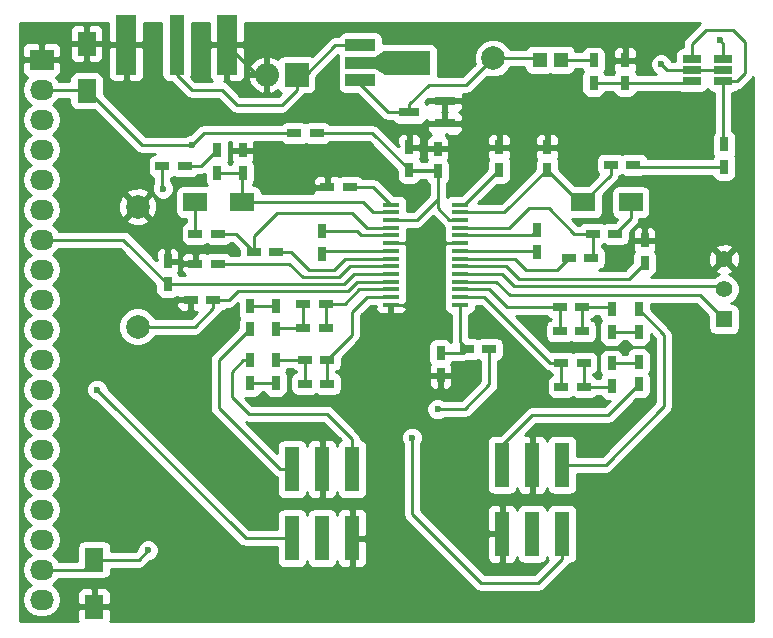
<source format=gtl>
G04 #@! TF.FileFunction,Copper,L1,Top,Signal*
%FSLAX46Y46*%
G04 Gerber Fmt 4.6, Leading zero omitted, Abs format (unit mm)*
G04 Created by KiCad (PCBNEW 4.0.6-e0-6349~53~ubuntu16.04.1) date Thu Oct  5 16:52:19 2017*
%MOMM*%
%LPD*%
G01*
G04 APERTURE LIST*
%ADD10C,0.100000*%
%ADD11R,2.032000X1.727200*%
%ADD12O,2.032000X1.727200*%
%ADD13R,1.560000X0.650000*%
%ADD14R,1.600000X2.000000*%
%ADD15R,0.750000X1.200000*%
%ADD16R,1.200000X0.750000*%
%ADD17R,1.270000X1.270000*%
%ADD18R,2.032000X2.032000*%
%ADD19O,2.032000X2.032000*%
%ADD20R,1.397000X1.397000*%
%ADD21C,1.397000*%
%ADD22R,2.501900X1.000760*%
%ADD23R,4.000500X1.998980*%
%ADD24C,2.000000*%
%ADD25R,1.778000X5.080000*%
%ADD26R,1.270000X5.080000*%
%ADD27R,1.800860X0.800100*%
%ADD28R,2.000000X1.600000*%
%ADD29R,1.270000X3.810000*%
%ADD30C,1.998980*%
%ADD31R,1.450000X0.400000*%
%ADD32C,0.600000*%
%ADD33C,0.250000*%
%ADD34C,0.254000*%
G04 APERTURE END LIST*
D10*
D11*
X46990000Y-87630000D03*
D12*
X46990000Y-90170000D03*
X46990000Y-92710000D03*
X46990000Y-95250000D03*
X46990000Y-97790000D03*
X46990000Y-100330000D03*
X46990000Y-102870000D03*
X46990000Y-105410000D03*
X46990000Y-107950000D03*
X46990000Y-110490000D03*
X46990000Y-113030000D03*
X46990000Y-115570000D03*
X46990000Y-118110000D03*
X46990000Y-120650000D03*
X46990000Y-123190000D03*
X46990000Y-125730000D03*
X46990000Y-128270000D03*
X46990000Y-130810000D03*
X46990000Y-133350000D03*
D13*
X102028000Y-87569000D03*
X102028000Y-88519000D03*
X102028000Y-89469000D03*
X104728000Y-89469000D03*
X104728000Y-87569000D03*
X104728000Y-88519000D03*
D14*
X50800000Y-90265000D03*
X50800000Y-86265000D03*
D15*
X61849000Y-95316000D03*
X61849000Y-97216000D03*
X64008000Y-95316000D03*
X64008000Y-97216000D03*
D16*
X64963000Y-103886000D03*
X66863000Y-103886000D03*
D15*
X93726000Y-87696000D03*
X93726000Y-89596000D03*
X78105000Y-95062000D03*
X78105000Y-96962000D03*
X70739000Y-102174000D03*
X70739000Y-104074000D03*
D16*
X71186000Y-98425000D03*
X73086000Y-98425000D03*
D15*
X57658000Y-104714000D03*
X57658000Y-106614000D03*
D16*
X59629000Y-107950000D03*
X61529000Y-107950000D03*
X60010000Y-104902000D03*
X61910000Y-104902000D03*
D15*
X80772000Y-112461000D03*
X80772000Y-114361000D03*
X66802000Y-108524000D03*
X66802000Y-110424000D03*
X66802000Y-114996000D03*
X66802000Y-113096000D03*
D17*
X89154000Y-87630000D03*
X90932000Y-87630000D03*
D16*
X57216000Y-96647000D03*
X59116000Y-96647000D03*
X68392000Y-93853000D03*
X70292000Y-93853000D03*
X71054000Y-110363000D03*
X69154000Y-110363000D03*
X71181000Y-115062000D03*
X69281000Y-115062000D03*
X82997000Y-112141000D03*
X84897000Y-112141000D03*
D18*
X68580000Y-88900000D03*
D19*
X66040000Y-88900000D03*
D16*
X60010000Y-102362000D03*
X61910000Y-102362000D03*
D15*
X96393000Y-89596000D03*
X96393000Y-87696000D03*
D16*
X69154000Y-108331000D03*
X71054000Y-108331000D03*
X69281000Y-113030000D03*
X71181000Y-113030000D03*
D15*
X64643000Y-110424000D03*
X64643000Y-108524000D03*
X64643000Y-113096000D03*
X64643000Y-114996000D03*
D20*
X104775000Y-109601000D03*
D21*
X104775000Y-107061000D03*
X104775000Y-104521000D03*
D22*
X73974960Y-86382860D03*
X73974960Y-87884000D03*
X73974960Y-89385140D03*
D23*
X77927200Y-87884000D03*
D10*
G36*
X75952350Y-88884760D02*
X75203050Y-88384380D01*
X75203050Y-87383620D01*
X75952350Y-86883240D01*
X75952350Y-88884760D01*
X75952350Y-88884760D01*
G37*
D24*
X85217000Y-87503000D03*
D25*
X62674500Y-86360000D03*
X54165500Y-86360000D03*
D26*
X58420000Y-86360000D03*
D27*
X81130140Y-93025000D03*
X81130140Y-91125000D03*
X78127860Y-92075000D03*
D14*
X51435000Y-133953000D03*
X51435000Y-129953000D03*
D28*
X63976000Y-99695000D03*
X59976000Y-99695000D03*
D29*
X73279000Y-122301000D03*
X70739000Y-122301000D03*
X68199000Y-122301000D03*
X73279000Y-128143000D03*
X70739000Y-128143000D03*
X68199000Y-128143000D03*
D15*
X85725000Y-95062000D03*
X85725000Y-96962000D03*
X88900000Y-102047000D03*
X88900000Y-103947000D03*
X80518000Y-95189000D03*
X80518000Y-97089000D03*
D28*
X92869000Y-99695000D03*
X96869000Y-99695000D03*
D16*
X93533000Y-104394000D03*
X91633000Y-104394000D03*
D15*
X89789000Y-95062000D03*
X89789000Y-96962000D03*
X98044000Y-102936000D03*
X98044000Y-104836000D03*
D16*
X97089000Y-96520000D03*
X95189000Y-96520000D03*
D15*
X95250000Y-110678000D03*
X95250000Y-108778000D03*
X95250000Y-113350000D03*
X95250000Y-115250000D03*
D16*
X90871000Y-108585000D03*
X92771000Y-108585000D03*
X90998000Y-113284000D03*
X92898000Y-113284000D03*
D15*
X104775000Y-94808000D03*
X104775000Y-96708000D03*
D30*
X55118000Y-100076000D03*
X55118000Y-110236000D03*
D16*
X95565000Y-102362000D03*
X93665000Y-102362000D03*
X92771000Y-110617000D03*
X90871000Y-110617000D03*
X92898000Y-115316000D03*
X90998000Y-115316000D03*
D15*
X97536000Y-108778000D03*
X97536000Y-110678000D03*
X97536000Y-115123000D03*
X97536000Y-113223000D03*
D29*
X91059000Y-121920000D03*
X88519000Y-121920000D03*
X85979000Y-121920000D03*
X91059000Y-127762000D03*
X88519000Y-127762000D03*
X85979000Y-127762000D03*
D31*
X76577000Y-99915000D03*
X76577000Y-100565000D03*
X76577000Y-101215000D03*
X76577000Y-101865000D03*
X76577000Y-102515000D03*
X76577000Y-103165000D03*
X76577000Y-103815000D03*
X76577000Y-104465000D03*
X76577000Y-105115000D03*
X76577000Y-105765000D03*
X76577000Y-106415000D03*
X76577000Y-107065000D03*
X76577000Y-107715000D03*
X76577000Y-108365000D03*
X82427000Y-108365000D03*
X82427000Y-107715000D03*
X82427000Y-107065000D03*
X82427000Y-106415000D03*
X82427000Y-105765000D03*
X82427000Y-105115000D03*
X82427000Y-104465000D03*
X82427000Y-103815000D03*
X82427000Y-103165000D03*
X82427000Y-102515000D03*
X82427000Y-101865000D03*
X82427000Y-101215000D03*
X82427000Y-100565000D03*
X82427000Y-99915000D03*
D32*
X99441000Y-88011000D03*
X56007000Y-129159000D03*
X80518000Y-117221000D03*
X104394000Y-85979000D03*
X59690000Y-94869000D03*
X72898000Y-96266000D03*
X51689000Y-115570000D03*
X57277000Y-98552000D03*
X78359000Y-119634000D03*
D33*
X104728000Y-89469000D02*
X105857000Y-89469000D01*
X102028000Y-86313000D02*
X102028000Y-87569000D01*
X103251000Y-85090000D02*
X102028000Y-86313000D01*
X105537000Y-85090000D02*
X103251000Y-85090000D01*
X106553000Y-86106000D02*
X105537000Y-85090000D01*
X106553000Y-88773000D02*
X106553000Y-86106000D01*
X105857000Y-89469000D02*
X106553000Y-88773000D01*
X104728000Y-89469000D02*
X104728000Y-94761000D01*
X104728000Y-94761000D02*
X104775000Y-94808000D01*
X51435000Y-129953000D02*
X55213000Y-129953000D01*
X99949000Y-88519000D02*
X102028000Y-88519000D01*
X99441000Y-88011000D02*
X99949000Y-88519000D01*
X55213000Y-129953000D02*
X56007000Y-129159000D01*
X102028000Y-88519000D02*
X104728000Y-88519000D01*
X46990000Y-130810000D02*
X50578000Y-130810000D01*
X50578000Y-130810000D02*
X51435000Y-129953000D01*
X47625000Y-130810000D02*
X46990000Y-130810000D01*
X96393000Y-89596000D02*
X101901000Y-89596000D01*
X101901000Y-89596000D02*
X102028000Y-89469000D01*
X93726000Y-89596000D02*
X96393000Y-89596000D01*
X84897000Y-115128000D02*
X84897000Y-112141000D01*
X82804000Y-117221000D02*
X84897000Y-115128000D01*
X80518000Y-117221000D02*
X82804000Y-117221000D01*
X82427000Y-106415000D02*
X85460000Y-106415000D01*
X85460000Y-106415000D02*
X86614000Y-107569000D01*
X86614000Y-107569000D02*
X102743000Y-107569000D01*
X102743000Y-107569000D02*
X104775000Y-109601000D01*
X68392000Y-93853000D02*
X60706000Y-93853000D01*
X60706000Y-93853000D02*
X59690000Y-94869000D01*
X50800000Y-90265000D02*
X50895000Y-90265000D01*
X50895000Y-90265000D02*
X55499000Y-94869000D01*
X104728000Y-86313000D02*
X104728000Y-87569000D01*
X104394000Y-85979000D02*
X104728000Y-86313000D01*
X55499000Y-94869000D02*
X59690000Y-94869000D01*
X46990000Y-90170000D02*
X50705000Y-90170000D01*
X50705000Y-90170000D02*
X50800000Y-90265000D01*
X72898000Y-96266000D02*
X72771000Y-96393000D01*
X72771000Y-96393000D02*
X71501000Y-96393000D01*
X71501000Y-96393000D02*
X71186000Y-96708000D01*
X71186000Y-96708000D02*
X71186000Y-98425000D01*
X66040000Y-88900000D02*
X65214500Y-88900000D01*
X65214500Y-88900000D02*
X62674500Y-86360000D01*
X76577000Y-108365000D02*
X77690000Y-108365000D01*
X77690000Y-108365000D02*
X78613000Y-107442000D01*
X78613000Y-107442000D02*
X78613000Y-104013000D01*
X78613000Y-104013000D02*
X77765000Y-103165000D01*
X77765000Y-103165000D02*
X76577000Y-103165000D01*
X76577000Y-103165000D02*
X82427000Y-103165000D01*
X59116000Y-96647000D02*
X60518000Y-96647000D01*
X60518000Y-96647000D02*
X61849000Y-95316000D01*
X63976000Y-99695000D02*
X74168000Y-99695000D01*
X75038000Y-100565000D02*
X76577000Y-100565000D01*
X74168000Y-99695000D02*
X75038000Y-100565000D01*
X61849000Y-97216000D02*
X64008000Y-97216000D01*
X64008000Y-97216000D02*
X63976000Y-97248000D01*
X63976000Y-97248000D02*
X63976000Y-99695000D01*
X59976000Y-99695000D02*
X59976000Y-102328000D01*
X59976000Y-102328000D02*
X60010000Y-102362000D01*
X61910000Y-102362000D02*
X63439000Y-102362000D01*
X63439000Y-102362000D02*
X64963000Y-103886000D01*
X64963000Y-103886000D02*
X64963000Y-102550000D01*
X64963000Y-102550000D02*
X66929000Y-100584000D01*
X66929000Y-100584000D02*
X73279000Y-100584000D01*
X73279000Y-100584000D02*
X74560000Y-101865000D01*
X74560000Y-101865000D02*
X76577000Y-101865000D01*
X66863000Y-103886000D02*
X68072000Y-103886000D01*
X72700000Y-104465000D02*
X76577000Y-104465000D01*
X71755000Y-105410000D02*
X72700000Y-104465000D01*
X69596000Y-105410000D02*
X71755000Y-105410000D01*
X68072000Y-103886000D02*
X69596000Y-105410000D01*
X90932000Y-87630000D02*
X93660000Y-87630000D01*
X93660000Y-87630000D02*
X93726000Y-87696000D01*
X70739000Y-102174000D02*
X73726000Y-102174000D01*
X74067000Y-102515000D02*
X76577000Y-102515000D01*
X73726000Y-102174000D02*
X74067000Y-102515000D01*
X76577000Y-103815000D02*
X70998000Y-103815000D01*
X70998000Y-103815000D02*
X70739000Y-104074000D01*
X73086000Y-98425000D02*
X75087000Y-98425000D01*
X75087000Y-98425000D02*
X76577000Y-99915000D01*
X80772000Y-112461000D02*
X82677000Y-112461000D01*
X82677000Y-112461000D02*
X82997000Y-112141000D01*
X82427000Y-108365000D02*
X82427000Y-111571000D01*
X82427000Y-111571000D02*
X82997000Y-112141000D01*
X66802000Y-108524000D02*
X64643000Y-108524000D01*
X69154000Y-110363000D02*
X66863000Y-110363000D01*
X66863000Y-110363000D02*
X66802000Y-110424000D01*
X69154000Y-110363000D02*
X69154000Y-108331000D01*
X66802000Y-114996000D02*
X64643000Y-114996000D01*
X69281000Y-113030000D02*
X66868000Y-113030000D01*
X66868000Y-113030000D02*
X66802000Y-113096000D01*
X69281000Y-115062000D02*
X69281000Y-113030000D01*
X85217000Y-87503000D02*
X89027000Y-87503000D01*
X89027000Y-87503000D02*
X89154000Y-87630000D01*
X78127860Y-92075000D02*
X78127860Y-91417140D01*
X82931000Y-89789000D02*
X85217000Y-87503000D01*
X79756000Y-89789000D02*
X82931000Y-89789000D01*
X78127860Y-91417140D02*
X79756000Y-89789000D01*
X73974960Y-89385140D02*
X73974960Y-89722960D01*
X73974960Y-89722960D02*
X76327000Y-92075000D01*
X76327000Y-92075000D02*
X78127860Y-92075000D01*
X71054000Y-108331000D02*
X71054000Y-110363000D01*
X71054000Y-108331000D02*
X72644000Y-108331000D01*
X73910000Y-107065000D02*
X76577000Y-107065000D01*
X72644000Y-108331000D02*
X73910000Y-107065000D01*
X71181000Y-113030000D02*
X71181000Y-115062000D01*
X76577000Y-107715000D02*
X74530000Y-107715000D01*
X73279000Y-110932000D02*
X71181000Y-113030000D01*
X73279000Y-108966000D02*
X73279000Y-110932000D01*
X74530000Y-107715000D02*
X73279000Y-108966000D01*
X68580000Y-88900000D02*
X69342000Y-88900000D01*
X69342000Y-88900000D02*
X71859140Y-86382860D01*
X71859140Y-86382860D02*
X73974960Y-86382860D01*
X59690000Y-90170000D02*
X58420000Y-88900000D01*
X62230000Y-90170000D02*
X59690000Y-90170000D01*
X63500000Y-91440000D02*
X62230000Y-90170000D01*
X67310000Y-91440000D02*
X63500000Y-91440000D01*
X68580000Y-88900000D02*
X68580000Y-90170000D01*
X68580000Y-90170000D02*
X67310000Y-91440000D01*
X58420000Y-88900000D02*
X58420000Y-86360000D01*
X58420000Y-88900000D02*
X58420000Y-86360000D01*
X58420000Y-86360000D02*
X58420000Y-88265000D01*
X68199000Y-128143000D02*
X64262000Y-128143000D01*
X64262000Y-128143000D02*
X51689000Y-115570000D01*
X68199000Y-122301000D02*
X67183000Y-122301000D01*
X61976000Y-113091000D02*
X64643000Y-110424000D01*
X61976000Y-117094000D02*
X61976000Y-113091000D01*
X67183000Y-122301000D02*
X61976000Y-117094000D01*
X64643000Y-113096000D02*
X64069000Y-113096000D01*
X73279000Y-119761000D02*
X73279000Y-122301000D01*
X71120000Y-117602000D02*
X73279000Y-119761000D01*
X64516000Y-117602000D02*
X71120000Y-117602000D01*
X63119000Y-116205000D02*
X64516000Y-117602000D01*
X63119000Y-114046000D02*
X63119000Y-116205000D01*
X64069000Y-113096000D02*
X63119000Y-114046000D01*
X82427000Y-105765000D02*
X85953000Y-105765000D01*
X86995000Y-106807000D02*
X104521000Y-106807000D01*
X85953000Y-105765000D02*
X86995000Y-106807000D01*
X104521000Y-106807000D02*
X104775000Y-107061000D01*
X73974960Y-87884000D02*
X77927200Y-87884000D01*
X70292000Y-93853000D02*
X74996000Y-93853000D01*
X74996000Y-93853000D02*
X78232000Y-97089000D01*
X78232000Y-97089000D02*
X80518000Y-97089000D01*
X78105000Y-96962000D02*
X80391000Y-96962000D01*
X80391000Y-96962000D02*
X80518000Y-97089000D01*
X78044000Y-96901000D02*
X78105000Y-96962000D01*
X80518000Y-97089000D02*
X80518000Y-100203000D01*
X81530000Y-101215000D02*
X82427000Y-101215000D01*
X80518000Y-100203000D02*
X81530000Y-101215000D01*
X76577000Y-101215000D02*
X78744000Y-101215000D01*
X80518000Y-99441000D02*
X80518000Y-97089000D01*
X78744000Y-101215000D02*
X80518000Y-99441000D01*
X57658000Y-106614000D02*
X72583000Y-106614000D01*
X73432000Y-105765000D02*
X76577000Y-105765000D01*
X72583000Y-106614000D02*
X73432000Y-105765000D01*
X46990000Y-102870000D02*
X53914000Y-102870000D01*
X53914000Y-102870000D02*
X57658000Y-106614000D01*
X46990000Y-102870000D02*
X47371000Y-102870000D01*
X46990000Y-102870000D02*
X47625000Y-102870000D01*
X55118000Y-110236000D02*
X59944000Y-110236000D01*
X61529000Y-108651000D02*
X61529000Y-107950000D01*
X59944000Y-110236000D02*
X61529000Y-108651000D01*
X61529000Y-107950000D02*
X62865000Y-107950000D01*
X73671000Y-106415000D02*
X76577000Y-106415000D01*
X72898000Y-107188000D02*
X73671000Y-106415000D01*
X63627000Y-107188000D02*
X72898000Y-107188000D01*
X62865000Y-107950000D02*
X63627000Y-107188000D01*
X61910000Y-104902000D02*
X67945000Y-104902000D01*
X73066000Y-105115000D02*
X76577000Y-105115000D01*
X72136000Y-106045000D02*
X73066000Y-105115000D01*
X69088000Y-106045000D02*
X72136000Y-106045000D01*
X67945000Y-104902000D02*
X69088000Y-106045000D01*
X82427000Y-99915000D02*
X82772000Y-99915000D01*
X82772000Y-99915000D02*
X85725000Y-96962000D01*
X82427000Y-102515000D02*
X88432000Y-102515000D01*
X88432000Y-102515000D02*
X88900000Y-102047000D01*
X82427000Y-103815000D02*
X88768000Y-103815000D01*
X88768000Y-103815000D02*
X88900000Y-103947000D01*
X82427000Y-100565000D02*
X86186000Y-100565000D01*
X86186000Y-100565000D02*
X89789000Y-96962000D01*
X92869000Y-99695000D02*
X92522000Y-99695000D01*
X92522000Y-99695000D02*
X89789000Y-96962000D01*
X95189000Y-96520000D02*
X95189000Y-97375000D01*
X95189000Y-97375000D02*
X92869000Y-99695000D01*
X96869000Y-99695000D02*
X96869000Y-101058000D01*
X96869000Y-101058000D02*
X95565000Y-102362000D01*
X93665000Y-102362000D02*
X93665000Y-104262000D01*
X93665000Y-104262000D02*
X93533000Y-104394000D01*
X82427000Y-101865000D02*
X86603000Y-101865000D01*
X92075000Y-102362000D02*
X93665000Y-102362000D01*
X89916000Y-100203000D02*
X92075000Y-102362000D01*
X88265000Y-100203000D02*
X89916000Y-100203000D01*
X86603000Y-101865000D02*
X88265000Y-100203000D01*
X82427000Y-104465000D02*
X87066000Y-104465000D01*
X90617000Y-105410000D02*
X91633000Y-104394000D01*
X88011000Y-105410000D02*
X90617000Y-105410000D01*
X87066000Y-104465000D02*
X88011000Y-105410000D01*
X82427000Y-105115000D02*
X86319000Y-105115000D01*
X96708000Y-106172000D02*
X98044000Y-104836000D01*
X87376000Y-106172000D02*
X96708000Y-106172000D01*
X86319000Y-105115000D02*
X87376000Y-106172000D01*
X104775000Y-96708000D02*
X97277000Y-96708000D01*
X97277000Y-96708000D02*
X97089000Y-96520000D01*
X95250000Y-110678000D02*
X97536000Y-110678000D01*
X92771000Y-108585000D02*
X95057000Y-108585000D01*
X95057000Y-108585000D02*
X95250000Y-108778000D01*
X92771000Y-110617000D02*
X92771000Y-108585000D01*
X95250000Y-113350000D02*
X97409000Y-113350000D01*
X97409000Y-113350000D02*
X97536000Y-113223000D01*
X92898000Y-115316000D02*
X95184000Y-115316000D01*
X95184000Y-115316000D02*
X95250000Y-115250000D01*
X92898000Y-115316000D02*
X92898000Y-113284000D01*
X90871000Y-108585000D02*
X90871000Y-110617000D01*
X82427000Y-107065000D02*
X84840000Y-107065000D01*
X86360000Y-108585000D02*
X90871000Y-108585000D01*
X84840000Y-107065000D02*
X86360000Y-108585000D01*
X90998000Y-113284000D02*
X90998000Y-115316000D01*
X82427000Y-107715000D02*
X84474000Y-107715000D01*
X90043000Y-113284000D02*
X90998000Y-113284000D01*
X84474000Y-107715000D02*
X90043000Y-113284000D01*
X91059000Y-121920000D02*
X94742000Y-121920000D01*
X99695000Y-110937000D02*
X97536000Y-108778000D01*
X99695000Y-116967000D02*
X99695000Y-110937000D01*
X94742000Y-121920000D02*
X99695000Y-116967000D01*
X85979000Y-121920000D02*
X85979000Y-120269000D01*
X85979000Y-120269000D02*
X88519000Y-117729000D01*
X88519000Y-117729000D02*
X94930000Y-117729000D01*
X94930000Y-117729000D02*
X97536000Y-115123000D01*
X91059000Y-127762000D02*
X91059000Y-129921000D01*
X57216000Y-98491000D02*
X57216000Y-96647000D01*
X57277000Y-98552000D02*
X57216000Y-98491000D01*
X78359000Y-126111000D02*
X78359000Y-119634000D01*
X84201000Y-131953000D02*
X78359000Y-126111000D01*
X89027000Y-131953000D02*
X84201000Y-131953000D01*
X91059000Y-129921000D02*
X89027000Y-131953000D01*
D34*
G36*
X52641500Y-86074250D02*
X52800250Y-86233000D01*
X54038500Y-86233000D01*
X54038500Y-86213000D01*
X54292500Y-86213000D01*
X54292500Y-86233000D01*
X55530750Y-86233000D01*
X55689500Y-86074250D01*
X55689500Y-84530000D01*
X57137560Y-84530000D01*
X57137560Y-88900000D01*
X57181838Y-89135317D01*
X57320910Y-89351441D01*
X57533110Y-89496431D01*
X57785000Y-89547440D01*
X57992638Y-89547440D01*
X59152599Y-90707401D01*
X59399160Y-90872148D01*
X59690000Y-90930000D01*
X61915198Y-90930000D01*
X62962599Y-91977401D01*
X63209160Y-92142148D01*
X63500000Y-92200000D01*
X67310000Y-92200000D01*
X67600839Y-92142148D01*
X67847401Y-91977401D01*
X69117401Y-90707401D01*
X69213593Y-90563440D01*
X69596000Y-90563440D01*
X69831317Y-90519162D01*
X70047441Y-90380090D01*
X70192431Y-90167890D01*
X70243440Y-89916000D01*
X70243440Y-89073362D01*
X72112980Y-87203822D01*
X72076570Y-87383620D01*
X72076570Y-88384380D01*
X72120848Y-88619697D01*
X72128478Y-88631554D01*
X72127579Y-88632870D01*
X72076570Y-88884760D01*
X72076570Y-89885520D01*
X72120848Y-90120837D01*
X72259920Y-90336961D01*
X72472120Y-90481951D01*
X72724010Y-90532960D01*
X73710158Y-90532960D01*
X75789599Y-92612401D01*
X76036161Y-92777148D01*
X76327000Y-92835000D01*
X76704467Y-92835000D01*
X76763340Y-92926491D01*
X76975540Y-93071481D01*
X77227430Y-93122490D01*
X79028290Y-93122490D01*
X79263607Y-93078212D01*
X79479731Y-92939140D01*
X79607542Y-92752082D01*
X79753460Y-92898000D01*
X81003140Y-92898000D01*
X81003140Y-92148700D01*
X80929440Y-92075000D01*
X81003140Y-92001300D01*
X81003140Y-91252000D01*
X81257140Y-91252000D01*
X81257140Y-92001300D01*
X81330840Y-92075000D01*
X81257140Y-92148700D01*
X81257140Y-92898000D01*
X82506820Y-92898000D01*
X82665570Y-92739250D01*
X82665570Y-92498641D01*
X82568897Y-92265252D01*
X82390269Y-92086623D01*
X82362209Y-92075000D01*
X82390269Y-92063377D01*
X82568897Y-91884748D01*
X82665570Y-91651359D01*
X82665570Y-91410750D01*
X82506820Y-91252000D01*
X81257140Y-91252000D01*
X81003140Y-91252000D01*
X79753460Y-91252000D01*
X79605757Y-91399703D01*
X79492380Y-91223509D01*
X79435296Y-91184506D01*
X79687631Y-90932171D01*
X79753460Y-90998000D01*
X81003140Y-90998000D01*
X81003140Y-90978000D01*
X81257140Y-90978000D01*
X81257140Y-90998000D01*
X82506820Y-90998000D01*
X82665570Y-90839250D01*
X82665570Y-90598641D01*
X82645008Y-90549000D01*
X82931000Y-90549000D01*
X83221839Y-90491148D01*
X83468401Y-90326401D01*
X84725527Y-89069275D01*
X84890352Y-89137716D01*
X85540795Y-89138284D01*
X86141943Y-88889894D01*
X86602278Y-88430363D01*
X86671773Y-88263000D01*
X87871560Y-88263000D01*
X87871560Y-88265000D01*
X87915838Y-88500317D01*
X88054910Y-88716441D01*
X88267110Y-88861431D01*
X88519000Y-88912440D01*
X89789000Y-88912440D01*
X90024317Y-88868162D01*
X90040099Y-88858007D01*
X90045110Y-88861431D01*
X90297000Y-88912440D01*
X91567000Y-88912440D01*
X91802317Y-88868162D01*
X92018441Y-88729090D01*
X92163431Y-88516890D01*
X92189127Y-88390000D01*
X92721247Y-88390000D01*
X92747838Y-88531317D01*
X92821620Y-88645978D01*
X92754569Y-88744110D01*
X92703560Y-88996000D01*
X92703560Y-90196000D01*
X92747838Y-90431317D01*
X92886910Y-90647441D01*
X93099110Y-90792431D01*
X93351000Y-90843440D01*
X94101000Y-90843440D01*
X94336317Y-90799162D01*
X94552441Y-90660090D01*
X94697431Y-90447890D01*
X94716039Y-90356000D01*
X95400666Y-90356000D01*
X95414838Y-90431317D01*
X95553910Y-90647441D01*
X95766110Y-90792431D01*
X96018000Y-90843440D01*
X96768000Y-90843440D01*
X97003317Y-90799162D01*
X97219441Y-90660090D01*
X97364431Y-90447890D01*
X97383039Y-90356000D01*
X100945719Y-90356000D01*
X100996110Y-90390431D01*
X101248000Y-90441440D01*
X102808000Y-90441440D01*
X103043317Y-90397162D01*
X103259441Y-90258090D01*
X103379233Y-90082768D01*
X103483910Y-90245441D01*
X103696110Y-90390431D01*
X103948000Y-90441440D01*
X103968000Y-90441440D01*
X103968000Y-93731400D01*
X103948559Y-93743910D01*
X103803569Y-93956110D01*
X103752560Y-94208000D01*
X103752560Y-95408000D01*
X103796838Y-95643317D01*
X103870620Y-95757978D01*
X103803569Y-95856110D01*
X103784961Y-95948000D01*
X98299372Y-95948000D01*
X98292162Y-95909683D01*
X98153090Y-95693559D01*
X97940890Y-95548569D01*
X97689000Y-95497560D01*
X96489000Y-95497560D01*
X96253683Y-95541838D01*
X96139022Y-95615620D01*
X96040890Y-95548569D01*
X95789000Y-95497560D01*
X94589000Y-95497560D01*
X94353683Y-95541838D01*
X94137559Y-95680910D01*
X93992569Y-95893110D01*
X93941560Y-96145000D01*
X93941560Y-96895000D01*
X93985838Y-97130317D01*
X94124910Y-97346441D01*
X94135513Y-97353685D01*
X93241638Y-98247560D01*
X92149362Y-98247560D01*
X90811440Y-96909638D01*
X90811440Y-96362000D01*
X90767162Y-96126683D01*
X90700671Y-96023354D01*
X90702327Y-96021698D01*
X90799000Y-95788309D01*
X90799000Y-95347750D01*
X90640250Y-95189000D01*
X89916000Y-95189000D01*
X89916000Y-95209000D01*
X89662000Y-95209000D01*
X89662000Y-95189000D01*
X88937750Y-95189000D01*
X88779000Y-95347750D01*
X88779000Y-95788309D01*
X88875673Y-96021698D01*
X88877043Y-96023068D01*
X88817569Y-96110110D01*
X88766560Y-96362000D01*
X88766560Y-96909638D01*
X85871198Y-99805000D01*
X83956802Y-99805000D01*
X85552362Y-98209440D01*
X86100000Y-98209440D01*
X86335317Y-98165162D01*
X86551441Y-98026090D01*
X86696431Y-97813890D01*
X86747440Y-97562000D01*
X86747440Y-96362000D01*
X86703162Y-96126683D01*
X86636671Y-96023354D01*
X86638327Y-96021698D01*
X86735000Y-95788309D01*
X86735000Y-95347750D01*
X86576250Y-95189000D01*
X85852000Y-95189000D01*
X85852000Y-95209000D01*
X85598000Y-95209000D01*
X85598000Y-95189000D01*
X84873750Y-95189000D01*
X84715000Y-95347750D01*
X84715000Y-95788309D01*
X84811673Y-96021698D01*
X84813043Y-96023068D01*
X84753569Y-96110110D01*
X84702560Y-96362000D01*
X84702560Y-96909638D01*
X82544638Y-99067560D01*
X81702000Y-99067560D01*
X81466683Y-99111838D01*
X81278000Y-99233252D01*
X81278000Y-98195844D01*
X81344441Y-98153090D01*
X81489431Y-97940890D01*
X81540440Y-97689000D01*
X81540440Y-96489000D01*
X81496162Y-96253683D01*
X81429671Y-96150354D01*
X81431327Y-96148698D01*
X81528000Y-95915309D01*
X81528000Y-95474750D01*
X81369250Y-95316000D01*
X80645000Y-95316000D01*
X80645000Y-95336000D01*
X80391000Y-95336000D01*
X80391000Y-95316000D01*
X79666750Y-95316000D01*
X79508000Y-95474750D01*
X79508000Y-95915309D01*
X79604673Y-96148698D01*
X79606043Y-96150068D01*
X79570559Y-96202000D01*
X79097334Y-96202000D01*
X79083162Y-96126683D01*
X79016671Y-96023354D01*
X79018327Y-96021698D01*
X79115000Y-95788309D01*
X79115000Y-95347750D01*
X78956250Y-95189000D01*
X78232000Y-95189000D01*
X78232000Y-95209000D01*
X77978000Y-95209000D01*
X77978000Y-95189000D01*
X77958000Y-95189000D01*
X77958000Y-94935000D01*
X77978000Y-94935000D01*
X77978000Y-93985750D01*
X78232000Y-93985750D01*
X78232000Y-94935000D01*
X78956250Y-94935000D01*
X79115000Y-94776250D01*
X79115000Y-94462691D01*
X79508000Y-94462691D01*
X79508000Y-94903250D01*
X79666750Y-95062000D01*
X80391000Y-95062000D01*
X80391000Y-95042000D01*
X80645000Y-95042000D01*
X80645000Y-95062000D01*
X81369250Y-95062000D01*
X81528000Y-94903250D01*
X81528000Y-94462691D01*
X81475395Y-94335691D01*
X84715000Y-94335691D01*
X84715000Y-94776250D01*
X84873750Y-94935000D01*
X85598000Y-94935000D01*
X85598000Y-93985750D01*
X85852000Y-93985750D01*
X85852000Y-94935000D01*
X86576250Y-94935000D01*
X86735000Y-94776250D01*
X86735000Y-94335691D01*
X88779000Y-94335691D01*
X88779000Y-94776250D01*
X88937750Y-94935000D01*
X89662000Y-94935000D01*
X89662000Y-93985750D01*
X89916000Y-93985750D01*
X89916000Y-94935000D01*
X90640250Y-94935000D01*
X90799000Y-94776250D01*
X90799000Y-94335691D01*
X90702327Y-94102302D01*
X90523699Y-93923673D01*
X90290310Y-93827000D01*
X90074750Y-93827000D01*
X89916000Y-93985750D01*
X89662000Y-93985750D01*
X89503250Y-93827000D01*
X89287690Y-93827000D01*
X89054301Y-93923673D01*
X88875673Y-94102302D01*
X88779000Y-94335691D01*
X86735000Y-94335691D01*
X86638327Y-94102302D01*
X86459699Y-93923673D01*
X86226310Y-93827000D01*
X86010750Y-93827000D01*
X85852000Y-93985750D01*
X85598000Y-93985750D01*
X85439250Y-93827000D01*
X85223690Y-93827000D01*
X84990301Y-93923673D01*
X84811673Y-94102302D01*
X84715000Y-94335691D01*
X81475395Y-94335691D01*
X81431327Y-94229302D01*
X81257142Y-94055116D01*
X81257142Y-93901302D01*
X81415890Y-94060050D01*
X82156880Y-94060050D01*
X82390269Y-93963377D01*
X82568897Y-93784748D01*
X82665570Y-93551359D01*
X82665570Y-93310750D01*
X82506820Y-93152000D01*
X81257140Y-93152000D01*
X81257140Y-93172000D01*
X81003140Y-93172000D01*
X81003140Y-93152000D01*
X79753460Y-93152000D01*
X79594710Y-93310750D01*
X79594710Y-93551359D01*
X79691383Y-93784748D01*
X79870011Y-93963377D01*
X79932031Y-93989067D01*
X79783301Y-94050673D01*
X79604673Y-94229302D01*
X79508000Y-94462691D01*
X79115000Y-94462691D01*
X79115000Y-94335691D01*
X79018327Y-94102302D01*
X78839699Y-93923673D01*
X78606310Y-93827000D01*
X78390750Y-93827000D01*
X78232000Y-93985750D01*
X77978000Y-93985750D01*
X77819250Y-93827000D01*
X77603690Y-93827000D01*
X77370301Y-93923673D01*
X77191673Y-94102302D01*
X77095000Y-94335691D01*
X77095000Y-94776250D01*
X77253748Y-94934998D01*
X77152800Y-94934998D01*
X75533401Y-93315599D01*
X75286839Y-93150852D01*
X74996000Y-93093000D01*
X71398844Y-93093000D01*
X71356090Y-93026559D01*
X71143890Y-92881569D01*
X70892000Y-92830560D01*
X69692000Y-92830560D01*
X69456683Y-92874838D01*
X69342022Y-92948620D01*
X69243890Y-92881569D01*
X68992000Y-92830560D01*
X67792000Y-92830560D01*
X67556683Y-92874838D01*
X67340559Y-93013910D01*
X67286519Y-93093000D01*
X60706000Y-93093000D01*
X60415161Y-93150852D01*
X60168599Y-93315599D01*
X59550320Y-93933878D01*
X59504833Y-93933838D01*
X59161057Y-94075883D01*
X59127882Y-94109000D01*
X55813802Y-94109000D01*
X52247440Y-90542638D01*
X52247440Y-89265000D01*
X52203162Y-89029683D01*
X52064090Y-88813559D01*
X51851890Y-88668569D01*
X51600000Y-88617560D01*
X50000000Y-88617560D01*
X49764683Y-88661838D01*
X49548559Y-88800910D01*
X49403569Y-89013110D01*
X49352560Y-89265000D01*
X49352560Y-89410000D01*
X48434648Y-89410000D01*
X48234415Y-89110330D01*
X48212220Y-89095500D01*
X48365699Y-89031927D01*
X48544327Y-88853298D01*
X48641000Y-88619909D01*
X48641000Y-87915750D01*
X48482250Y-87757000D01*
X47117000Y-87757000D01*
X47117000Y-87777000D01*
X46863000Y-87777000D01*
X46863000Y-87757000D01*
X45497750Y-87757000D01*
X45339000Y-87915750D01*
X45339000Y-88619909D01*
X45435673Y-88853298D01*
X45614301Y-89031927D01*
X45767780Y-89095500D01*
X45745585Y-89110330D01*
X45420729Y-89596511D01*
X45306655Y-90170000D01*
X45420729Y-90743489D01*
X45745585Y-91229670D01*
X46060366Y-91440000D01*
X45745585Y-91650330D01*
X45420729Y-92136511D01*
X45306655Y-92710000D01*
X45420729Y-93283489D01*
X45745585Y-93769670D01*
X46060366Y-93980000D01*
X45745585Y-94190330D01*
X45420729Y-94676511D01*
X45306655Y-95250000D01*
X45420729Y-95823489D01*
X45745585Y-96309670D01*
X46060366Y-96520000D01*
X45745585Y-96730330D01*
X45420729Y-97216511D01*
X45306655Y-97790000D01*
X45420729Y-98363489D01*
X45745585Y-98849670D01*
X46060366Y-99060000D01*
X45745585Y-99270330D01*
X45420729Y-99756511D01*
X45306655Y-100330000D01*
X45420729Y-100903489D01*
X45745585Y-101389670D01*
X46060366Y-101600000D01*
X45745585Y-101810330D01*
X45420729Y-102296511D01*
X45306655Y-102870000D01*
X45420729Y-103443489D01*
X45745585Y-103929670D01*
X46060366Y-104140000D01*
X45745585Y-104350330D01*
X45420729Y-104836511D01*
X45306655Y-105410000D01*
X45420729Y-105983489D01*
X45745585Y-106469670D01*
X46060366Y-106680000D01*
X45745585Y-106890330D01*
X45420729Y-107376511D01*
X45306655Y-107950000D01*
X45420729Y-108523489D01*
X45745585Y-109009670D01*
X46060366Y-109220000D01*
X45745585Y-109430330D01*
X45420729Y-109916511D01*
X45306655Y-110490000D01*
X45420729Y-111063489D01*
X45745585Y-111549670D01*
X46060366Y-111760000D01*
X45745585Y-111970330D01*
X45420729Y-112456511D01*
X45306655Y-113030000D01*
X45420729Y-113603489D01*
X45745585Y-114089670D01*
X46060366Y-114300000D01*
X45745585Y-114510330D01*
X45420729Y-114996511D01*
X45306655Y-115570000D01*
X45420729Y-116143489D01*
X45745585Y-116629670D01*
X46060366Y-116840000D01*
X45745585Y-117050330D01*
X45420729Y-117536511D01*
X45306655Y-118110000D01*
X45420729Y-118683489D01*
X45745585Y-119169670D01*
X46060366Y-119380000D01*
X45745585Y-119590330D01*
X45420729Y-120076511D01*
X45306655Y-120650000D01*
X45420729Y-121223489D01*
X45745585Y-121709670D01*
X46060366Y-121920000D01*
X45745585Y-122130330D01*
X45420729Y-122616511D01*
X45306655Y-123190000D01*
X45420729Y-123763489D01*
X45745585Y-124249670D01*
X46060366Y-124460000D01*
X45745585Y-124670330D01*
X45420729Y-125156511D01*
X45306655Y-125730000D01*
X45420729Y-126303489D01*
X45745585Y-126789670D01*
X46060366Y-127000000D01*
X45745585Y-127210330D01*
X45420729Y-127696511D01*
X45306655Y-128270000D01*
X45420729Y-128843489D01*
X45745585Y-129329670D01*
X46060366Y-129540000D01*
X45745585Y-129750330D01*
X45420729Y-130236511D01*
X45306655Y-130810000D01*
X45420729Y-131383489D01*
X45745585Y-131869670D01*
X46060366Y-132080000D01*
X45745585Y-132290330D01*
X45420729Y-132776511D01*
X45306655Y-133350000D01*
X45420729Y-133923489D01*
X45745585Y-134409670D01*
X46231766Y-134734526D01*
X46805255Y-134848600D01*
X47174745Y-134848600D01*
X47748234Y-134734526D01*
X48234415Y-134409670D01*
X48559271Y-133923489D01*
X48673345Y-133350000D01*
X48569253Y-132826691D01*
X50000000Y-132826691D01*
X50000000Y-133667250D01*
X50158750Y-133826000D01*
X51308000Y-133826000D01*
X51308000Y-132476750D01*
X51562000Y-132476750D01*
X51562000Y-133826000D01*
X52711250Y-133826000D01*
X52870000Y-133667250D01*
X52870000Y-132826691D01*
X52773327Y-132593302D01*
X52594699Y-132414673D01*
X52361310Y-132318000D01*
X51720750Y-132318000D01*
X51562000Y-132476750D01*
X51308000Y-132476750D01*
X51149250Y-132318000D01*
X50508690Y-132318000D01*
X50275301Y-132414673D01*
X50096673Y-132593302D01*
X50000000Y-132826691D01*
X48569253Y-132826691D01*
X48559271Y-132776511D01*
X48234415Y-132290330D01*
X47919634Y-132080000D01*
X48234415Y-131869670D01*
X48434648Y-131570000D01*
X50484683Y-131570000D01*
X50635000Y-131600440D01*
X52235000Y-131600440D01*
X52470317Y-131556162D01*
X52686441Y-131417090D01*
X52831431Y-131204890D01*
X52882440Y-130953000D01*
X52882440Y-130713000D01*
X55213000Y-130713000D01*
X55503839Y-130655148D01*
X55750401Y-130490401D01*
X56146680Y-130094122D01*
X56192167Y-130094162D01*
X56535943Y-129952117D01*
X56799192Y-129689327D01*
X56941838Y-129345799D01*
X56942162Y-128973833D01*
X56800117Y-128630057D01*
X56537327Y-128366808D01*
X56193799Y-128224162D01*
X55821833Y-128223838D01*
X55478057Y-128365883D01*
X55214808Y-128628673D01*
X55072162Y-128972201D01*
X55072121Y-129019077D01*
X54898198Y-129193000D01*
X52882440Y-129193000D01*
X52882440Y-128953000D01*
X52838162Y-128717683D01*
X52699090Y-128501559D01*
X52486890Y-128356569D01*
X52235000Y-128305560D01*
X50635000Y-128305560D01*
X50399683Y-128349838D01*
X50183559Y-128488910D01*
X50038569Y-128701110D01*
X49987560Y-128953000D01*
X49987560Y-130050000D01*
X48434648Y-130050000D01*
X48234415Y-129750330D01*
X47919634Y-129540000D01*
X48234415Y-129329670D01*
X48559271Y-128843489D01*
X48673345Y-128270000D01*
X48559271Y-127696511D01*
X48234415Y-127210330D01*
X47919634Y-127000000D01*
X48234415Y-126789670D01*
X48559271Y-126303489D01*
X48673345Y-125730000D01*
X48559271Y-125156511D01*
X48234415Y-124670330D01*
X47919634Y-124460000D01*
X48234415Y-124249670D01*
X48559271Y-123763489D01*
X48673345Y-123190000D01*
X48559271Y-122616511D01*
X48234415Y-122130330D01*
X47919634Y-121920000D01*
X48234415Y-121709670D01*
X48559271Y-121223489D01*
X48673345Y-120650000D01*
X48559271Y-120076511D01*
X48234415Y-119590330D01*
X47919634Y-119380000D01*
X48234415Y-119169670D01*
X48559271Y-118683489D01*
X48673345Y-118110000D01*
X48559271Y-117536511D01*
X48234415Y-117050330D01*
X47919634Y-116840000D01*
X48234415Y-116629670D01*
X48559271Y-116143489D01*
X48636513Y-115755167D01*
X50753838Y-115755167D01*
X50895883Y-116098943D01*
X51158673Y-116362192D01*
X51502201Y-116504838D01*
X51549077Y-116504879D01*
X63724599Y-128680401D01*
X63971161Y-128845148D01*
X64262000Y-128903000D01*
X66916560Y-128903000D01*
X66916560Y-130048000D01*
X66960838Y-130283317D01*
X67099910Y-130499441D01*
X67312110Y-130644431D01*
X67564000Y-130695440D01*
X68834000Y-130695440D01*
X69069317Y-130651162D01*
X69285441Y-130512090D01*
X69430431Y-130299890D01*
X69468543Y-130111686D01*
X69500838Y-130283317D01*
X69639910Y-130499441D01*
X69852110Y-130644431D01*
X70104000Y-130695440D01*
X71374000Y-130695440D01*
X71609317Y-130651162D01*
X71825441Y-130512090D01*
X71970431Y-130299890D01*
X72009000Y-130109431D01*
X72009000Y-130174309D01*
X72105673Y-130407698D01*
X72284301Y-130586327D01*
X72517690Y-130683000D01*
X72993250Y-130683000D01*
X73152000Y-130524250D01*
X73152000Y-128270000D01*
X73406000Y-128270000D01*
X73406000Y-130524250D01*
X73564750Y-130683000D01*
X74040310Y-130683000D01*
X74273699Y-130586327D01*
X74452327Y-130407698D01*
X74549000Y-130174309D01*
X74549000Y-128428750D01*
X74390250Y-128270000D01*
X73406000Y-128270000D01*
X73152000Y-128270000D01*
X73132000Y-128270000D01*
X73132000Y-128016000D01*
X73152000Y-128016000D01*
X73152000Y-125761750D01*
X73406000Y-125761750D01*
X73406000Y-128016000D01*
X74390250Y-128016000D01*
X74549000Y-127857250D01*
X74549000Y-126111691D01*
X74452327Y-125878302D01*
X74273699Y-125699673D01*
X74040310Y-125603000D01*
X73564750Y-125603000D01*
X73406000Y-125761750D01*
X73152000Y-125761750D01*
X72993250Y-125603000D01*
X72517690Y-125603000D01*
X72284301Y-125699673D01*
X72105673Y-125878302D01*
X72009000Y-126111691D01*
X72009000Y-126171887D01*
X71977162Y-126002683D01*
X71838090Y-125786559D01*
X71625890Y-125641569D01*
X71374000Y-125590560D01*
X70104000Y-125590560D01*
X69868683Y-125634838D01*
X69652559Y-125773910D01*
X69507569Y-125986110D01*
X69469457Y-126174314D01*
X69437162Y-126002683D01*
X69298090Y-125786559D01*
X69085890Y-125641569D01*
X68834000Y-125590560D01*
X67564000Y-125590560D01*
X67328683Y-125634838D01*
X67112559Y-125773910D01*
X66967569Y-125986110D01*
X66916560Y-126238000D01*
X66916560Y-127383000D01*
X64576802Y-127383000D01*
X52624122Y-115430320D01*
X52624162Y-115384833D01*
X52482117Y-115041057D01*
X52219327Y-114777808D01*
X51875799Y-114635162D01*
X51503833Y-114634838D01*
X51160057Y-114776883D01*
X50896808Y-115039673D01*
X50754162Y-115383201D01*
X50753838Y-115755167D01*
X48636513Y-115755167D01*
X48673345Y-115570000D01*
X48559271Y-114996511D01*
X48234415Y-114510330D01*
X47919634Y-114300000D01*
X48234415Y-114089670D01*
X48559271Y-113603489D01*
X48673345Y-113030000D01*
X48559271Y-112456511D01*
X48234415Y-111970330D01*
X47919634Y-111760000D01*
X48234415Y-111549670D01*
X48559271Y-111063489D01*
X48673345Y-110490000D01*
X48559271Y-109916511D01*
X48234415Y-109430330D01*
X47919634Y-109220000D01*
X48234415Y-109009670D01*
X48559271Y-108523489D01*
X48616505Y-108235750D01*
X58394000Y-108235750D01*
X58394000Y-108451310D01*
X58490673Y-108684699D01*
X58669302Y-108863327D01*
X58902691Y-108960000D01*
X59343250Y-108960000D01*
X59502000Y-108801250D01*
X59502000Y-108077000D01*
X58552750Y-108077000D01*
X58394000Y-108235750D01*
X48616505Y-108235750D01*
X48673345Y-107950000D01*
X48559271Y-107376511D01*
X48234415Y-106890330D01*
X47919634Y-106680000D01*
X48234415Y-106469670D01*
X48559271Y-105983489D01*
X48673345Y-105410000D01*
X48559271Y-104836511D01*
X48234415Y-104350330D01*
X47919634Y-104140000D01*
X48234415Y-103929670D01*
X48434648Y-103630000D01*
X53599198Y-103630000D01*
X56635560Y-106666362D01*
X56635560Y-107214000D01*
X56679838Y-107449317D01*
X56818910Y-107665441D01*
X57031110Y-107810431D01*
X57283000Y-107861440D01*
X58033000Y-107861440D01*
X58268317Y-107817162D01*
X58437832Y-107708082D01*
X58552750Y-107823000D01*
X59502000Y-107823000D01*
X59502000Y-107803000D01*
X59756000Y-107803000D01*
X59756000Y-107823000D01*
X59776000Y-107823000D01*
X59776000Y-108077000D01*
X59756000Y-108077000D01*
X59756000Y-108801250D01*
X59914750Y-108960000D01*
X60145198Y-108960000D01*
X59629198Y-109476000D01*
X56572496Y-109476000D01*
X56504462Y-109311345D01*
X56045073Y-108851154D01*
X55444547Y-108601794D01*
X54794306Y-108601226D01*
X54193345Y-108849538D01*
X53733154Y-109308927D01*
X53483794Y-109909453D01*
X53483226Y-110559694D01*
X53731538Y-111160655D01*
X54190927Y-111620846D01*
X54791453Y-111870206D01*
X55441694Y-111870774D01*
X56042655Y-111622462D01*
X56502846Y-111163073D01*
X56572221Y-110996000D01*
X59944000Y-110996000D01*
X60234839Y-110938148D01*
X60481401Y-110773401D01*
X62066401Y-109188402D01*
X62222450Y-108954856D01*
X62364317Y-108928162D01*
X62580441Y-108789090D01*
X62634481Y-108710000D01*
X62865000Y-108710000D01*
X63155839Y-108652148D01*
X63402401Y-108487401D01*
X63620560Y-108269242D01*
X63620560Y-109124000D01*
X63664838Y-109359317D01*
X63738620Y-109473978D01*
X63671569Y-109572110D01*
X63620560Y-109824000D01*
X63620560Y-110371638D01*
X61438599Y-112553599D01*
X61273852Y-112800161D01*
X61216000Y-113091000D01*
X61216000Y-117094000D01*
X61273852Y-117384839D01*
X61438599Y-117631401D01*
X66645599Y-122838401D01*
X66892161Y-123003148D01*
X66916560Y-123008001D01*
X66916560Y-124206000D01*
X66960838Y-124441317D01*
X67099910Y-124657441D01*
X67312110Y-124802431D01*
X67564000Y-124853440D01*
X68834000Y-124853440D01*
X69069317Y-124809162D01*
X69285441Y-124670090D01*
X69430431Y-124457890D01*
X69469000Y-124267431D01*
X69469000Y-124332309D01*
X69565673Y-124565698D01*
X69744301Y-124744327D01*
X69977690Y-124841000D01*
X70453250Y-124841000D01*
X70612000Y-124682250D01*
X70612000Y-122428000D01*
X70592000Y-122428000D01*
X70592000Y-122174000D01*
X70612000Y-122174000D01*
X70612000Y-119919750D01*
X70453250Y-119761000D01*
X69977690Y-119761000D01*
X69744301Y-119857673D01*
X69565673Y-120036302D01*
X69469000Y-120269691D01*
X69469000Y-120329887D01*
X69437162Y-120160683D01*
X69298090Y-119944559D01*
X69085890Y-119799569D01*
X68834000Y-119748560D01*
X67564000Y-119748560D01*
X67328683Y-119792838D01*
X67112559Y-119931910D01*
X66967569Y-120144110D01*
X66916560Y-120396000D01*
X66916560Y-120959758D01*
X64269837Y-118313035D01*
X64516000Y-118362000D01*
X70805198Y-118362000D01*
X72303634Y-119860436D01*
X72192559Y-119931910D01*
X72047569Y-120144110D01*
X72009000Y-120334569D01*
X72009000Y-120269691D01*
X71912327Y-120036302D01*
X71733699Y-119857673D01*
X71500310Y-119761000D01*
X71024750Y-119761000D01*
X70866000Y-119919750D01*
X70866000Y-122174000D01*
X70886000Y-122174000D01*
X70886000Y-122428000D01*
X70866000Y-122428000D01*
X70866000Y-124682250D01*
X71024750Y-124841000D01*
X71500310Y-124841000D01*
X71733699Y-124744327D01*
X71912327Y-124565698D01*
X72009000Y-124332309D01*
X72009000Y-124272113D01*
X72040838Y-124441317D01*
X72179910Y-124657441D01*
X72392110Y-124802431D01*
X72644000Y-124853440D01*
X73914000Y-124853440D01*
X74149317Y-124809162D01*
X74365441Y-124670090D01*
X74510431Y-124457890D01*
X74561440Y-124206000D01*
X74561440Y-120396000D01*
X74517162Y-120160683D01*
X74378090Y-119944559D01*
X74194573Y-119819167D01*
X77423838Y-119819167D01*
X77565883Y-120162943D01*
X77599000Y-120196118D01*
X77599000Y-126111000D01*
X77656852Y-126401839D01*
X77821599Y-126648401D01*
X83663599Y-132490401D01*
X83910161Y-132655148D01*
X84201000Y-132713000D01*
X89027000Y-132713000D01*
X89317839Y-132655148D01*
X89564401Y-132490401D01*
X91596401Y-130458401D01*
X91692592Y-130314440D01*
X91694000Y-130314440D01*
X91929317Y-130270162D01*
X92145441Y-130131090D01*
X92290431Y-129918890D01*
X92341440Y-129667000D01*
X92341440Y-125857000D01*
X92297162Y-125621683D01*
X92158090Y-125405559D01*
X91945890Y-125260569D01*
X91694000Y-125209560D01*
X90424000Y-125209560D01*
X90188683Y-125253838D01*
X89972559Y-125392910D01*
X89827569Y-125605110D01*
X89789457Y-125793314D01*
X89757162Y-125621683D01*
X89618090Y-125405559D01*
X89405890Y-125260569D01*
X89154000Y-125209560D01*
X87884000Y-125209560D01*
X87648683Y-125253838D01*
X87432559Y-125392910D01*
X87287569Y-125605110D01*
X87249000Y-125795569D01*
X87249000Y-125730691D01*
X87152327Y-125497302D01*
X86973699Y-125318673D01*
X86740310Y-125222000D01*
X86264750Y-125222000D01*
X86106000Y-125380750D01*
X86106000Y-127635000D01*
X86126000Y-127635000D01*
X86126000Y-127889000D01*
X86106000Y-127889000D01*
X86106000Y-130143250D01*
X86264750Y-130302000D01*
X86740310Y-130302000D01*
X86973699Y-130205327D01*
X87152327Y-130026698D01*
X87249000Y-129793309D01*
X87249000Y-129733113D01*
X87280838Y-129902317D01*
X87419910Y-130118441D01*
X87632110Y-130263431D01*
X87884000Y-130314440D01*
X89154000Y-130314440D01*
X89389317Y-130270162D01*
X89605441Y-130131090D01*
X89750431Y-129918890D01*
X89788543Y-129730686D01*
X89820838Y-129902317D01*
X89892114Y-130013084D01*
X88712198Y-131193000D01*
X84515802Y-131193000D01*
X81370552Y-128047750D01*
X84709000Y-128047750D01*
X84709000Y-129793309D01*
X84805673Y-130026698D01*
X84984301Y-130205327D01*
X85217690Y-130302000D01*
X85693250Y-130302000D01*
X85852000Y-130143250D01*
X85852000Y-127889000D01*
X84867750Y-127889000D01*
X84709000Y-128047750D01*
X81370552Y-128047750D01*
X79119000Y-125796198D01*
X79119000Y-125730691D01*
X84709000Y-125730691D01*
X84709000Y-127476250D01*
X84867750Y-127635000D01*
X85852000Y-127635000D01*
X85852000Y-125380750D01*
X85693250Y-125222000D01*
X85217690Y-125222000D01*
X84984301Y-125318673D01*
X84805673Y-125497302D01*
X84709000Y-125730691D01*
X79119000Y-125730691D01*
X79119000Y-120196463D01*
X79151192Y-120164327D01*
X79293838Y-119820799D01*
X79294162Y-119448833D01*
X79152117Y-119105057D01*
X78889327Y-118841808D01*
X78545799Y-118699162D01*
X78173833Y-118698838D01*
X77830057Y-118840883D01*
X77566808Y-119103673D01*
X77424162Y-119447201D01*
X77423838Y-119819167D01*
X74194573Y-119819167D01*
X74165890Y-119799569D01*
X74039000Y-119773873D01*
X74039000Y-119761000D01*
X73981148Y-119470161D01*
X73816401Y-119223599D01*
X71657401Y-117064599D01*
X71410839Y-116899852D01*
X71120000Y-116842000D01*
X64830802Y-116842000D01*
X64223162Y-116234360D01*
X64268000Y-116243440D01*
X65018000Y-116243440D01*
X65253317Y-116199162D01*
X65469441Y-116060090D01*
X65614431Y-115847890D01*
X65633039Y-115756000D01*
X65809666Y-115756000D01*
X65823838Y-115831317D01*
X65962910Y-116047441D01*
X66175110Y-116192431D01*
X66427000Y-116243440D01*
X67177000Y-116243440D01*
X67412317Y-116199162D01*
X67628441Y-116060090D01*
X67773431Y-115847890D01*
X67824440Y-115596000D01*
X67824440Y-114396000D01*
X67780162Y-114160683D01*
X67706380Y-114046022D01*
X67773431Y-113947890D01*
X67805405Y-113790000D01*
X68174156Y-113790000D01*
X68216910Y-113856441D01*
X68429110Y-114001431D01*
X68521000Y-114020039D01*
X68521000Y-114069666D01*
X68445683Y-114083838D01*
X68229559Y-114222910D01*
X68084569Y-114435110D01*
X68033560Y-114687000D01*
X68033560Y-115437000D01*
X68077838Y-115672317D01*
X68216910Y-115888441D01*
X68429110Y-116033431D01*
X68681000Y-116084440D01*
X69881000Y-116084440D01*
X70116317Y-116040162D01*
X70230978Y-115966380D01*
X70329110Y-116033431D01*
X70581000Y-116084440D01*
X71781000Y-116084440D01*
X72016317Y-116040162D01*
X72232441Y-115901090D01*
X72377431Y-115688890D01*
X72428440Y-115437000D01*
X72428440Y-114687000D01*
X72420867Y-114646750D01*
X79762000Y-114646750D01*
X79762000Y-115087309D01*
X79858673Y-115320698D01*
X80037301Y-115499327D01*
X80270690Y-115596000D01*
X80486250Y-115596000D01*
X80645000Y-115437250D01*
X80645000Y-114488000D01*
X80899000Y-114488000D01*
X80899000Y-115437250D01*
X81057750Y-115596000D01*
X81273310Y-115596000D01*
X81506699Y-115499327D01*
X81685327Y-115320698D01*
X81782000Y-115087309D01*
X81782000Y-114646750D01*
X81623250Y-114488000D01*
X80899000Y-114488000D01*
X80645000Y-114488000D01*
X79920750Y-114488000D01*
X79762000Y-114646750D01*
X72420867Y-114646750D01*
X72384162Y-114451683D01*
X72245090Y-114235559D01*
X72032890Y-114090569D01*
X71941000Y-114071961D01*
X71941000Y-114022334D01*
X72016317Y-114008162D01*
X72232441Y-113869090D01*
X72377431Y-113656890D01*
X72428440Y-113405000D01*
X72428440Y-112857362D01*
X73816401Y-111469401D01*
X73981148Y-111222839D01*
X74039000Y-110932000D01*
X74039000Y-109280802D01*
X74844802Y-108475000D01*
X75217000Y-108475000D01*
X75217000Y-108492002D01*
X75348748Y-108492002D01*
X75217000Y-108623750D01*
X75217000Y-108691310D01*
X75313673Y-108924699D01*
X75492302Y-109103327D01*
X75725691Y-109200000D01*
X76291250Y-109200000D01*
X76450000Y-109041250D01*
X76450000Y-108562440D01*
X76704000Y-108562440D01*
X76704000Y-109041250D01*
X76862750Y-109200000D01*
X77428309Y-109200000D01*
X77661698Y-109103327D01*
X77840327Y-108924699D01*
X77937000Y-108691310D01*
X77937000Y-108623750D01*
X77778250Y-108465000D01*
X77619933Y-108465000D01*
X77753441Y-108379090D01*
X77898431Y-108166890D01*
X77904035Y-108139215D01*
X77937000Y-108106250D01*
X77937000Y-108038690D01*
X77928532Y-108018247D01*
X77949440Y-107915000D01*
X77949440Y-107515000D01*
X77925056Y-107385411D01*
X77949440Y-107265000D01*
X77949440Y-106865000D01*
X77925056Y-106735411D01*
X77949440Y-106615000D01*
X77949440Y-106215000D01*
X77925056Y-106085411D01*
X77949440Y-105965000D01*
X77949440Y-105565000D01*
X77925056Y-105435411D01*
X77949440Y-105315000D01*
X77949440Y-104915000D01*
X77925056Y-104785411D01*
X77949440Y-104665000D01*
X77949440Y-104265000D01*
X77925056Y-104135411D01*
X77949440Y-104015000D01*
X77949440Y-103615000D01*
X77929550Y-103509295D01*
X77937000Y-103491310D01*
X77937000Y-103423750D01*
X77907996Y-103394746D01*
X77905162Y-103379683D01*
X77766090Y-103163559D01*
X77764701Y-103162610D01*
X77898431Y-102966890D01*
X77904035Y-102939215D01*
X77937000Y-102906250D01*
X77937000Y-102838690D01*
X77928532Y-102818247D01*
X77949440Y-102715000D01*
X77949440Y-102315000D01*
X77925056Y-102185411D01*
X77949440Y-102065000D01*
X77949440Y-101975000D01*
X78744000Y-101975000D01*
X79034839Y-101917148D01*
X79281401Y-101752401D01*
X80137000Y-100896802D01*
X80992599Y-101752401D01*
X81054560Y-101793802D01*
X81054560Y-102065000D01*
X81078944Y-102194589D01*
X81054560Y-102315000D01*
X81054560Y-102715000D01*
X81074450Y-102820705D01*
X81067000Y-102838690D01*
X81067000Y-102906250D01*
X81096004Y-102935254D01*
X81098838Y-102950317D01*
X81237910Y-103166441D01*
X81239299Y-103167390D01*
X81105569Y-103363110D01*
X81099965Y-103390785D01*
X81067000Y-103423750D01*
X81067000Y-103491310D01*
X81075468Y-103511753D01*
X81054560Y-103615000D01*
X81054560Y-104015000D01*
X81078944Y-104144589D01*
X81054560Y-104265000D01*
X81054560Y-104665000D01*
X81078944Y-104794589D01*
X81054560Y-104915000D01*
X81054560Y-105315000D01*
X81078944Y-105444589D01*
X81054560Y-105565000D01*
X81054560Y-105965000D01*
X81078944Y-106094589D01*
X81054560Y-106215000D01*
X81054560Y-106615000D01*
X81078944Y-106744589D01*
X81054560Y-106865000D01*
X81054560Y-107265000D01*
X81078944Y-107394589D01*
X81054560Y-107515000D01*
X81054560Y-107915000D01*
X81078944Y-108044589D01*
X81054560Y-108165000D01*
X81054560Y-108565000D01*
X81098838Y-108800317D01*
X81237910Y-109016441D01*
X81450110Y-109161431D01*
X81667000Y-109205352D01*
X81667000Y-111496446D01*
X81611090Y-111409559D01*
X81398890Y-111264569D01*
X81147000Y-111213560D01*
X80397000Y-111213560D01*
X80161683Y-111257838D01*
X79945559Y-111396910D01*
X79800569Y-111609110D01*
X79749560Y-111861000D01*
X79749560Y-113061000D01*
X79793838Y-113296317D01*
X79860329Y-113399646D01*
X79858673Y-113401302D01*
X79762000Y-113634691D01*
X79762000Y-114075250D01*
X79920750Y-114234000D01*
X80645000Y-114234000D01*
X80645000Y-114214000D01*
X80899000Y-114214000D01*
X80899000Y-114234000D01*
X81623250Y-114234000D01*
X81782000Y-114075250D01*
X81782000Y-113634691D01*
X81685327Y-113401302D01*
X81683957Y-113399932D01*
X81743431Y-113312890D01*
X81762039Y-113221000D01*
X82677000Y-113221000D01*
X82966371Y-113163440D01*
X83597000Y-113163440D01*
X83832317Y-113119162D01*
X83946978Y-113045380D01*
X84045110Y-113112431D01*
X84137000Y-113131039D01*
X84137000Y-114813198D01*
X82489198Y-116461000D01*
X81080463Y-116461000D01*
X81048327Y-116428808D01*
X80704799Y-116286162D01*
X80332833Y-116285838D01*
X79989057Y-116427883D01*
X79725808Y-116690673D01*
X79583162Y-117034201D01*
X79582838Y-117406167D01*
X79724883Y-117749943D01*
X79987673Y-118013192D01*
X80331201Y-118155838D01*
X80703167Y-118156162D01*
X81046943Y-118014117D01*
X81080118Y-117981000D01*
X82804000Y-117981000D01*
X83094839Y-117923148D01*
X83341401Y-117758401D01*
X85434401Y-115665401D01*
X85599148Y-115418839D01*
X85657000Y-115128000D01*
X85657000Y-113133334D01*
X85732317Y-113119162D01*
X85948441Y-112980090D01*
X86093431Y-112767890D01*
X86144440Y-112516000D01*
X86144440Y-111766000D01*
X86100162Y-111530683D01*
X85961090Y-111314559D01*
X85748890Y-111169569D01*
X85497000Y-111118560D01*
X84297000Y-111118560D01*
X84061683Y-111162838D01*
X83947022Y-111236620D01*
X83848890Y-111169569D01*
X83597000Y-111118560D01*
X83187000Y-111118560D01*
X83187000Y-109205854D01*
X83387317Y-109168162D01*
X83603441Y-109029090D01*
X83748431Y-108816890D01*
X83799440Y-108565000D01*
X83799440Y-108475000D01*
X84159198Y-108475000D01*
X89505599Y-113821401D01*
X89752160Y-113986148D01*
X89868868Y-114009363D01*
X89933910Y-114110441D01*
X90146110Y-114255431D01*
X90238000Y-114274039D01*
X90238000Y-114323666D01*
X90162683Y-114337838D01*
X89946559Y-114476910D01*
X89801569Y-114689110D01*
X89750560Y-114941000D01*
X89750560Y-115691000D01*
X89794838Y-115926317D01*
X89933910Y-116142441D01*
X90146110Y-116287431D01*
X90398000Y-116338440D01*
X91598000Y-116338440D01*
X91833317Y-116294162D01*
X91947978Y-116220380D01*
X92046110Y-116287431D01*
X92298000Y-116338440D01*
X93498000Y-116338440D01*
X93733317Y-116294162D01*
X93949441Y-116155090D01*
X94003481Y-116076000D01*
X94270085Y-116076000D01*
X94271838Y-116085317D01*
X94410910Y-116301441D01*
X94623110Y-116446431D01*
X94875000Y-116497440D01*
X95086758Y-116497440D01*
X94615198Y-116969000D01*
X88519000Y-116969000D01*
X88276414Y-117017254D01*
X88228160Y-117026852D01*
X87981599Y-117191599D01*
X85805638Y-119367560D01*
X85344000Y-119367560D01*
X85108683Y-119411838D01*
X84892559Y-119550910D01*
X84747569Y-119763110D01*
X84696560Y-120015000D01*
X84696560Y-123825000D01*
X84740838Y-124060317D01*
X84879910Y-124276441D01*
X85092110Y-124421431D01*
X85344000Y-124472440D01*
X86614000Y-124472440D01*
X86849317Y-124428162D01*
X87065441Y-124289090D01*
X87210431Y-124076890D01*
X87249000Y-123886431D01*
X87249000Y-123951309D01*
X87345673Y-124184698D01*
X87524301Y-124363327D01*
X87757690Y-124460000D01*
X88233250Y-124460000D01*
X88392000Y-124301250D01*
X88392000Y-122047000D01*
X88372000Y-122047000D01*
X88372000Y-121793000D01*
X88392000Y-121793000D01*
X88392000Y-119538750D01*
X88233250Y-119380000D01*
X87942802Y-119380000D01*
X88833802Y-118489000D01*
X94930000Y-118489000D01*
X95220839Y-118431148D01*
X95467401Y-118266401D01*
X97363362Y-116370440D01*
X97911000Y-116370440D01*
X98146317Y-116326162D01*
X98362441Y-116187090D01*
X98507431Y-115974890D01*
X98558440Y-115723000D01*
X98558440Y-114523000D01*
X98514162Y-114287683D01*
X98440380Y-114173022D01*
X98507431Y-114074890D01*
X98558440Y-113823000D01*
X98558440Y-112623000D01*
X98514162Y-112387683D01*
X98375090Y-112171559D01*
X98162890Y-112026569D01*
X97911000Y-111975560D01*
X97161000Y-111975560D01*
X96925683Y-112019838D01*
X96709559Y-112158910D01*
X96564569Y-112371110D01*
X96520243Y-112590000D01*
X96242334Y-112590000D01*
X96228162Y-112514683D01*
X96089090Y-112298559D01*
X95876890Y-112153569D01*
X95625000Y-112102560D01*
X94875000Y-112102560D01*
X94639683Y-112146838D01*
X94423559Y-112285910D01*
X94278569Y-112498110D01*
X94227560Y-112750000D01*
X94227560Y-113950000D01*
X94271838Y-114185317D01*
X94345620Y-114299978D01*
X94278569Y-114398110D01*
X94246595Y-114556000D01*
X94004844Y-114556000D01*
X93962090Y-114489559D01*
X93749890Y-114344569D01*
X93658000Y-114325961D01*
X93658000Y-114276334D01*
X93733317Y-114262162D01*
X93949441Y-114123090D01*
X94094431Y-113910890D01*
X94145440Y-113659000D01*
X94145440Y-112909000D01*
X94101162Y-112673683D01*
X93962090Y-112457559D01*
X93749890Y-112312569D01*
X93498000Y-112261560D01*
X92298000Y-112261560D01*
X92062683Y-112305838D01*
X91948022Y-112379620D01*
X91849890Y-112312569D01*
X91598000Y-112261560D01*
X90398000Y-112261560D01*
X90162683Y-112305838D01*
X90148662Y-112314860D01*
X87178802Y-109345000D01*
X89764156Y-109345000D01*
X89806910Y-109411441D01*
X90019110Y-109556431D01*
X90111000Y-109575039D01*
X90111000Y-109624666D01*
X90035683Y-109638838D01*
X89819559Y-109777910D01*
X89674569Y-109990110D01*
X89623560Y-110242000D01*
X89623560Y-110992000D01*
X89667838Y-111227317D01*
X89806910Y-111443441D01*
X90019110Y-111588431D01*
X90271000Y-111639440D01*
X91471000Y-111639440D01*
X91706317Y-111595162D01*
X91820978Y-111521380D01*
X91919110Y-111588431D01*
X92171000Y-111639440D01*
X93371000Y-111639440D01*
X93606317Y-111595162D01*
X93822441Y-111456090D01*
X93967431Y-111243890D01*
X94018440Y-110992000D01*
X94018440Y-110242000D01*
X93974162Y-110006683D01*
X93835090Y-109790559D01*
X93622890Y-109645569D01*
X93531000Y-109626961D01*
X93531000Y-109577334D01*
X93606317Y-109563162D01*
X93822441Y-109424090D01*
X93876481Y-109345000D01*
X94227560Y-109345000D01*
X94227560Y-109378000D01*
X94271838Y-109613317D01*
X94345620Y-109727978D01*
X94278569Y-109826110D01*
X94227560Y-110078000D01*
X94227560Y-111278000D01*
X94271838Y-111513317D01*
X94410910Y-111729441D01*
X94623110Y-111874431D01*
X94875000Y-111925440D01*
X95625000Y-111925440D01*
X95860317Y-111881162D01*
X96076441Y-111742090D01*
X96221431Y-111529890D01*
X96240039Y-111438000D01*
X96543666Y-111438000D01*
X96557838Y-111513317D01*
X96696910Y-111729441D01*
X96909110Y-111874431D01*
X97161000Y-111925440D01*
X97911000Y-111925440D01*
X98146317Y-111881162D01*
X98362441Y-111742090D01*
X98507431Y-111529890D01*
X98558440Y-111278000D01*
X98558440Y-110875242D01*
X98935000Y-111251802D01*
X98935000Y-116652198D01*
X94427198Y-121160000D01*
X92341440Y-121160000D01*
X92341440Y-120015000D01*
X92297162Y-119779683D01*
X92158090Y-119563559D01*
X91945890Y-119418569D01*
X91694000Y-119367560D01*
X90424000Y-119367560D01*
X90188683Y-119411838D01*
X89972559Y-119550910D01*
X89827569Y-119763110D01*
X89789000Y-119953569D01*
X89789000Y-119888691D01*
X89692327Y-119655302D01*
X89513699Y-119476673D01*
X89280310Y-119380000D01*
X88804750Y-119380000D01*
X88646000Y-119538750D01*
X88646000Y-121793000D01*
X88666000Y-121793000D01*
X88666000Y-122047000D01*
X88646000Y-122047000D01*
X88646000Y-124301250D01*
X88804750Y-124460000D01*
X89280310Y-124460000D01*
X89513699Y-124363327D01*
X89692327Y-124184698D01*
X89789000Y-123951309D01*
X89789000Y-123891113D01*
X89820838Y-124060317D01*
X89959910Y-124276441D01*
X90172110Y-124421431D01*
X90424000Y-124472440D01*
X91694000Y-124472440D01*
X91929317Y-124428162D01*
X92145441Y-124289090D01*
X92290431Y-124076890D01*
X92341440Y-123825000D01*
X92341440Y-122680000D01*
X94742000Y-122680000D01*
X95032839Y-122622148D01*
X95279401Y-122457401D01*
X100232401Y-117504401D01*
X100397148Y-117257839D01*
X100455000Y-116967000D01*
X100455000Y-110937000D01*
X100397148Y-110646161D01*
X100232401Y-110399599D01*
X98558440Y-108725638D01*
X98558440Y-108329000D01*
X102428198Y-108329000D01*
X103429060Y-109329862D01*
X103429060Y-110299500D01*
X103473338Y-110534817D01*
X103612410Y-110750941D01*
X103824610Y-110895931D01*
X104076500Y-110946940D01*
X105473500Y-110946940D01*
X105708817Y-110902662D01*
X105924941Y-110763590D01*
X106069931Y-110551390D01*
X106120940Y-110299500D01*
X106120940Y-108902500D01*
X106076662Y-108667183D01*
X105937590Y-108451059D01*
X105725390Y-108306069D01*
X105473500Y-108255060D01*
X105377116Y-108255060D01*
X105529380Y-108192146D01*
X105904827Y-107817353D01*
X106108268Y-107327413D01*
X106108731Y-106796914D01*
X105906146Y-106306620D01*
X105531353Y-105931173D01*
X105209882Y-105797686D01*
X105467929Y-105690800D01*
X105529583Y-105455188D01*
X104775000Y-104700605D01*
X104020417Y-105455188D01*
X104082071Y-105690800D01*
X104361312Y-105789083D01*
X104020620Y-105929854D01*
X103903270Y-106047000D01*
X98612662Y-106047000D01*
X98654317Y-106039162D01*
X98870441Y-105900090D01*
X99015431Y-105687890D01*
X99066440Y-105436000D01*
X99066440Y-104328480D01*
X103429073Y-104328480D01*
X103457852Y-104858199D01*
X103605200Y-105213929D01*
X103840812Y-105275583D01*
X104595395Y-104521000D01*
X104954605Y-104521000D01*
X105709188Y-105275583D01*
X105944800Y-105213929D01*
X106120927Y-104713520D01*
X106092148Y-104183801D01*
X105944800Y-103828071D01*
X105709188Y-103766417D01*
X104954605Y-104521000D01*
X104595395Y-104521000D01*
X103840812Y-103766417D01*
X103605200Y-103828071D01*
X103429073Y-104328480D01*
X99066440Y-104328480D01*
X99066440Y-104236000D01*
X99022162Y-104000683D01*
X98955671Y-103897354D01*
X98957327Y-103895698D01*
X99054000Y-103662309D01*
X99054000Y-103586812D01*
X104020417Y-103586812D01*
X104775000Y-104341395D01*
X105529583Y-103586812D01*
X105467929Y-103351200D01*
X104967520Y-103175073D01*
X104437801Y-103203852D01*
X104082071Y-103351200D01*
X104020417Y-103586812D01*
X99054000Y-103586812D01*
X99054000Y-103221750D01*
X98895250Y-103063000D01*
X98171000Y-103063000D01*
X98171000Y-103083000D01*
X97917000Y-103083000D01*
X97917000Y-103063000D01*
X97192750Y-103063000D01*
X97034000Y-103221750D01*
X97034000Y-103662309D01*
X97130673Y-103895698D01*
X97132043Y-103897068D01*
X97072569Y-103984110D01*
X97021560Y-104236000D01*
X97021560Y-104783638D01*
X96393198Y-105412000D01*
X94156597Y-105412000D01*
X94368317Y-105372162D01*
X94584441Y-105233090D01*
X94729431Y-105020890D01*
X94780440Y-104769000D01*
X94780440Y-104019000D01*
X94736162Y-103783683D01*
X94597090Y-103567559D01*
X94425000Y-103449975D01*
X94425000Y-103354334D01*
X94500317Y-103340162D01*
X94614978Y-103266380D01*
X94713110Y-103333431D01*
X94965000Y-103384440D01*
X96165000Y-103384440D01*
X96400317Y-103340162D01*
X96616441Y-103201090D01*
X96761431Y-102988890D01*
X96812440Y-102737000D01*
X96812440Y-102209691D01*
X97034000Y-102209691D01*
X97034000Y-102650250D01*
X97192750Y-102809000D01*
X97917000Y-102809000D01*
X97917000Y-101859750D01*
X98171000Y-101859750D01*
X98171000Y-102809000D01*
X98895250Y-102809000D01*
X99054000Y-102650250D01*
X99054000Y-102209691D01*
X98957327Y-101976302D01*
X98778699Y-101797673D01*
X98545310Y-101701000D01*
X98329750Y-101701000D01*
X98171000Y-101859750D01*
X97917000Y-101859750D01*
X97758250Y-101701000D01*
X97542690Y-101701000D01*
X97309301Y-101797673D01*
X97130673Y-101976302D01*
X97034000Y-102209691D01*
X96812440Y-102209691D01*
X96812440Y-102189362D01*
X97406401Y-101595401D01*
X97479852Y-101485474D01*
X97571148Y-101348839D01*
X97612204Y-101142440D01*
X97869000Y-101142440D01*
X98104317Y-101098162D01*
X98320441Y-100959090D01*
X98465431Y-100746890D01*
X98516440Y-100495000D01*
X98516440Y-98895000D01*
X98472162Y-98659683D01*
X98333090Y-98443559D01*
X98120890Y-98298569D01*
X97869000Y-98247560D01*
X95869000Y-98247560D01*
X95633683Y-98291838D01*
X95417559Y-98430910D01*
X95272569Y-98643110D01*
X95221560Y-98895000D01*
X95221560Y-100495000D01*
X95265838Y-100730317D01*
X95404910Y-100946441D01*
X95617110Y-101091431D01*
X95736575Y-101115623D01*
X95512638Y-101339560D01*
X94965000Y-101339560D01*
X94729683Y-101383838D01*
X94615022Y-101457620D01*
X94516890Y-101390569D01*
X94265000Y-101339560D01*
X93065000Y-101339560D01*
X92829683Y-101383838D01*
X92613559Y-101522910D01*
X92559519Y-101602000D01*
X92389802Y-101602000D01*
X91930242Y-101142440D01*
X93869000Y-101142440D01*
X94104317Y-101098162D01*
X94320441Y-100959090D01*
X94465431Y-100746890D01*
X94516440Y-100495000D01*
X94516440Y-99122362D01*
X95726401Y-97912401D01*
X95891148Y-97665840D01*
X95916410Y-97538839D01*
X95920620Y-97517674D01*
X96024317Y-97498162D01*
X96138978Y-97424380D01*
X96237110Y-97491431D01*
X96489000Y-97542440D01*
X97689000Y-97542440D01*
X97924317Y-97498162D01*
X97971190Y-97468000D01*
X103782666Y-97468000D01*
X103796838Y-97543317D01*
X103935910Y-97759441D01*
X104148110Y-97904431D01*
X104400000Y-97955440D01*
X105150000Y-97955440D01*
X105385317Y-97911162D01*
X105601441Y-97772090D01*
X105746431Y-97559890D01*
X105797440Y-97308000D01*
X105797440Y-96108000D01*
X105753162Y-95872683D01*
X105679380Y-95758022D01*
X105746431Y-95659890D01*
X105797440Y-95408000D01*
X105797440Y-94208000D01*
X105753162Y-93972683D01*
X105614090Y-93756559D01*
X105488000Y-93670405D01*
X105488000Y-90441440D01*
X105508000Y-90441440D01*
X105743317Y-90397162D01*
X105959441Y-90258090D01*
X105998557Y-90200842D01*
X106147839Y-90171148D01*
X106394401Y-90006401D01*
X107090401Y-89310401D01*
X107240000Y-89086510D01*
X107240000Y-135180000D01*
X52828292Y-135180000D01*
X52870000Y-135079309D01*
X52870000Y-134238750D01*
X52711250Y-134080000D01*
X51562000Y-134080000D01*
X51562000Y-134100000D01*
X51308000Y-134100000D01*
X51308000Y-134080000D01*
X50158750Y-134080000D01*
X50000000Y-134238750D01*
X50000000Y-135079309D01*
X50041708Y-135180000D01*
X45160000Y-135180000D01*
X45160000Y-86640091D01*
X45339000Y-86640091D01*
X45339000Y-87344250D01*
X45497750Y-87503000D01*
X46863000Y-87503000D01*
X46863000Y-86290150D01*
X47117000Y-86290150D01*
X47117000Y-87503000D01*
X48482250Y-87503000D01*
X48641000Y-87344250D01*
X48641000Y-86640091D01*
X48603994Y-86550750D01*
X49365000Y-86550750D01*
X49365000Y-87391309D01*
X49461673Y-87624698D01*
X49640301Y-87803327D01*
X49873690Y-87900000D01*
X50514250Y-87900000D01*
X50673000Y-87741250D01*
X50673000Y-86392000D01*
X50927000Y-86392000D01*
X50927000Y-87741250D01*
X51085750Y-87900000D01*
X51726310Y-87900000D01*
X51959699Y-87803327D01*
X52138327Y-87624698D01*
X52235000Y-87391309D01*
X52235000Y-86645750D01*
X52641500Y-86645750D01*
X52641500Y-89026310D01*
X52738173Y-89259699D01*
X52916802Y-89438327D01*
X53150191Y-89535000D01*
X53879750Y-89535000D01*
X54038500Y-89376250D01*
X54038500Y-86487000D01*
X54292500Y-86487000D01*
X54292500Y-89376250D01*
X54451250Y-89535000D01*
X55180809Y-89535000D01*
X55414198Y-89438327D01*
X55592827Y-89259699D01*
X55689500Y-89026310D01*
X55689500Y-86645750D01*
X55530750Y-86487000D01*
X54292500Y-86487000D01*
X54038500Y-86487000D01*
X52800250Y-86487000D01*
X52641500Y-86645750D01*
X52235000Y-86645750D01*
X52235000Y-86550750D01*
X52076250Y-86392000D01*
X50927000Y-86392000D01*
X50673000Y-86392000D01*
X49523750Y-86392000D01*
X49365000Y-86550750D01*
X48603994Y-86550750D01*
X48544327Y-86406702D01*
X48365699Y-86228073D01*
X48132310Y-86131400D01*
X47275750Y-86131400D01*
X47117000Y-86290150D01*
X46863000Y-86290150D01*
X46704250Y-86131400D01*
X45847690Y-86131400D01*
X45614301Y-86228073D01*
X45435673Y-86406702D01*
X45339000Y-86640091D01*
X45160000Y-86640091D01*
X45160000Y-85138691D01*
X49365000Y-85138691D01*
X49365000Y-85979250D01*
X49523750Y-86138000D01*
X50673000Y-86138000D01*
X50673000Y-84788750D01*
X50927000Y-84788750D01*
X50927000Y-86138000D01*
X52076250Y-86138000D01*
X52235000Y-85979250D01*
X52235000Y-85138691D01*
X52138327Y-84905302D01*
X51959699Y-84726673D01*
X51726310Y-84630000D01*
X51085750Y-84630000D01*
X50927000Y-84788750D01*
X50673000Y-84788750D01*
X50514250Y-84630000D01*
X49873690Y-84630000D01*
X49640301Y-84726673D01*
X49461673Y-84905302D01*
X49365000Y-85138691D01*
X45160000Y-85138691D01*
X45160000Y-84530000D01*
X52641500Y-84530000D01*
X52641500Y-86074250D01*
X52641500Y-86074250D01*
G37*
X52641500Y-86074250D02*
X52800250Y-86233000D01*
X54038500Y-86233000D01*
X54038500Y-86213000D01*
X54292500Y-86213000D01*
X54292500Y-86233000D01*
X55530750Y-86233000D01*
X55689500Y-86074250D01*
X55689500Y-84530000D01*
X57137560Y-84530000D01*
X57137560Y-88900000D01*
X57181838Y-89135317D01*
X57320910Y-89351441D01*
X57533110Y-89496431D01*
X57785000Y-89547440D01*
X57992638Y-89547440D01*
X59152599Y-90707401D01*
X59399160Y-90872148D01*
X59690000Y-90930000D01*
X61915198Y-90930000D01*
X62962599Y-91977401D01*
X63209160Y-92142148D01*
X63500000Y-92200000D01*
X67310000Y-92200000D01*
X67600839Y-92142148D01*
X67847401Y-91977401D01*
X69117401Y-90707401D01*
X69213593Y-90563440D01*
X69596000Y-90563440D01*
X69831317Y-90519162D01*
X70047441Y-90380090D01*
X70192431Y-90167890D01*
X70243440Y-89916000D01*
X70243440Y-89073362D01*
X72112980Y-87203822D01*
X72076570Y-87383620D01*
X72076570Y-88384380D01*
X72120848Y-88619697D01*
X72128478Y-88631554D01*
X72127579Y-88632870D01*
X72076570Y-88884760D01*
X72076570Y-89885520D01*
X72120848Y-90120837D01*
X72259920Y-90336961D01*
X72472120Y-90481951D01*
X72724010Y-90532960D01*
X73710158Y-90532960D01*
X75789599Y-92612401D01*
X76036161Y-92777148D01*
X76327000Y-92835000D01*
X76704467Y-92835000D01*
X76763340Y-92926491D01*
X76975540Y-93071481D01*
X77227430Y-93122490D01*
X79028290Y-93122490D01*
X79263607Y-93078212D01*
X79479731Y-92939140D01*
X79607542Y-92752082D01*
X79753460Y-92898000D01*
X81003140Y-92898000D01*
X81003140Y-92148700D01*
X80929440Y-92075000D01*
X81003140Y-92001300D01*
X81003140Y-91252000D01*
X81257140Y-91252000D01*
X81257140Y-92001300D01*
X81330840Y-92075000D01*
X81257140Y-92148700D01*
X81257140Y-92898000D01*
X82506820Y-92898000D01*
X82665570Y-92739250D01*
X82665570Y-92498641D01*
X82568897Y-92265252D01*
X82390269Y-92086623D01*
X82362209Y-92075000D01*
X82390269Y-92063377D01*
X82568897Y-91884748D01*
X82665570Y-91651359D01*
X82665570Y-91410750D01*
X82506820Y-91252000D01*
X81257140Y-91252000D01*
X81003140Y-91252000D01*
X79753460Y-91252000D01*
X79605757Y-91399703D01*
X79492380Y-91223509D01*
X79435296Y-91184506D01*
X79687631Y-90932171D01*
X79753460Y-90998000D01*
X81003140Y-90998000D01*
X81003140Y-90978000D01*
X81257140Y-90978000D01*
X81257140Y-90998000D01*
X82506820Y-90998000D01*
X82665570Y-90839250D01*
X82665570Y-90598641D01*
X82645008Y-90549000D01*
X82931000Y-90549000D01*
X83221839Y-90491148D01*
X83468401Y-90326401D01*
X84725527Y-89069275D01*
X84890352Y-89137716D01*
X85540795Y-89138284D01*
X86141943Y-88889894D01*
X86602278Y-88430363D01*
X86671773Y-88263000D01*
X87871560Y-88263000D01*
X87871560Y-88265000D01*
X87915838Y-88500317D01*
X88054910Y-88716441D01*
X88267110Y-88861431D01*
X88519000Y-88912440D01*
X89789000Y-88912440D01*
X90024317Y-88868162D01*
X90040099Y-88858007D01*
X90045110Y-88861431D01*
X90297000Y-88912440D01*
X91567000Y-88912440D01*
X91802317Y-88868162D01*
X92018441Y-88729090D01*
X92163431Y-88516890D01*
X92189127Y-88390000D01*
X92721247Y-88390000D01*
X92747838Y-88531317D01*
X92821620Y-88645978D01*
X92754569Y-88744110D01*
X92703560Y-88996000D01*
X92703560Y-90196000D01*
X92747838Y-90431317D01*
X92886910Y-90647441D01*
X93099110Y-90792431D01*
X93351000Y-90843440D01*
X94101000Y-90843440D01*
X94336317Y-90799162D01*
X94552441Y-90660090D01*
X94697431Y-90447890D01*
X94716039Y-90356000D01*
X95400666Y-90356000D01*
X95414838Y-90431317D01*
X95553910Y-90647441D01*
X95766110Y-90792431D01*
X96018000Y-90843440D01*
X96768000Y-90843440D01*
X97003317Y-90799162D01*
X97219441Y-90660090D01*
X97364431Y-90447890D01*
X97383039Y-90356000D01*
X100945719Y-90356000D01*
X100996110Y-90390431D01*
X101248000Y-90441440D01*
X102808000Y-90441440D01*
X103043317Y-90397162D01*
X103259441Y-90258090D01*
X103379233Y-90082768D01*
X103483910Y-90245441D01*
X103696110Y-90390431D01*
X103948000Y-90441440D01*
X103968000Y-90441440D01*
X103968000Y-93731400D01*
X103948559Y-93743910D01*
X103803569Y-93956110D01*
X103752560Y-94208000D01*
X103752560Y-95408000D01*
X103796838Y-95643317D01*
X103870620Y-95757978D01*
X103803569Y-95856110D01*
X103784961Y-95948000D01*
X98299372Y-95948000D01*
X98292162Y-95909683D01*
X98153090Y-95693559D01*
X97940890Y-95548569D01*
X97689000Y-95497560D01*
X96489000Y-95497560D01*
X96253683Y-95541838D01*
X96139022Y-95615620D01*
X96040890Y-95548569D01*
X95789000Y-95497560D01*
X94589000Y-95497560D01*
X94353683Y-95541838D01*
X94137559Y-95680910D01*
X93992569Y-95893110D01*
X93941560Y-96145000D01*
X93941560Y-96895000D01*
X93985838Y-97130317D01*
X94124910Y-97346441D01*
X94135513Y-97353685D01*
X93241638Y-98247560D01*
X92149362Y-98247560D01*
X90811440Y-96909638D01*
X90811440Y-96362000D01*
X90767162Y-96126683D01*
X90700671Y-96023354D01*
X90702327Y-96021698D01*
X90799000Y-95788309D01*
X90799000Y-95347750D01*
X90640250Y-95189000D01*
X89916000Y-95189000D01*
X89916000Y-95209000D01*
X89662000Y-95209000D01*
X89662000Y-95189000D01*
X88937750Y-95189000D01*
X88779000Y-95347750D01*
X88779000Y-95788309D01*
X88875673Y-96021698D01*
X88877043Y-96023068D01*
X88817569Y-96110110D01*
X88766560Y-96362000D01*
X88766560Y-96909638D01*
X85871198Y-99805000D01*
X83956802Y-99805000D01*
X85552362Y-98209440D01*
X86100000Y-98209440D01*
X86335317Y-98165162D01*
X86551441Y-98026090D01*
X86696431Y-97813890D01*
X86747440Y-97562000D01*
X86747440Y-96362000D01*
X86703162Y-96126683D01*
X86636671Y-96023354D01*
X86638327Y-96021698D01*
X86735000Y-95788309D01*
X86735000Y-95347750D01*
X86576250Y-95189000D01*
X85852000Y-95189000D01*
X85852000Y-95209000D01*
X85598000Y-95209000D01*
X85598000Y-95189000D01*
X84873750Y-95189000D01*
X84715000Y-95347750D01*
X84715000Y-95788309D01*
X84811673Y-96021698D01*
X84813043Y-96023068D01*
X84753569Y-96110110D01*
X84702560Y-96362000D01*
X84702560Y-96909638D01*
X82544638Y-99067560D01*
X81702000Y-99067560D01*
X81466683Y-99111838D01*
X81278000Y-99233252D01*
X81278000Y-98195844D01*
X81344441Y-98153090D01*
X81489431Y-97940890D01*
X81540440Y-97689000D01*
X81540440Y-96489000D01*
X81496162Y-96253683D01*
X81429671Y-96150354D01*
X81431327Y-96148698D01*
X81528000Y-95915309D01*
X81528000Y-95474750D01*
X81369250Y-95316000D01*
X80645000Y-95316000D01*
X80645000Y-95336000D01*
X80391000Y-95336000D01*
X80391000Y-95316000D01*
X79666750Y-95316000D01*
X79508000Y-95474750D01*
X79508000Y-95915309D01*
X79604673Y-96148698D01*
X79606043Y-96150068D01*
X79570559Y-96202000D01*
X79097334Y-96202000D01*
X79083162Y-96126683D01*
X79016671Y-96023354D01*
X79018327Y-96021698D01*
X79115000Y-95788309D01*
X79115000Y-95347750D01*
X78956250Y-95189000D01*
X78232000Y-95189000D01*
X78232000Y-95209000D01*
X77978000Y-95209000D01*
X77978000Y-95189000D01*
X77958000Y-95189000D01*
X77958000Y-94935000D01*
X77978000Y-94935000D01*
X77978000Y-93985750D01*
X78232000Y-93985750D01*
X78232000Y-94935000D01*
X78956250Y-94935000D01*
X79115000Y-94776250D01*
X79115000Y-94462691D01*
X79508000Y-94462691D01*
X79508000Y-94903250D01*
X79666750Y-95062000D01*
X80391000Y-95062000D01*
X80391000Y-95042000D01*
X80645000Y-95042000D01*
X80645000Y-95062000D01*
X81369250Y-95062000D01*
X81528000Y-94903250D01*
X81528000Y-94462691D01*
X81475395Y-94335691D01*
X84715000Y-94335691D01*
X84715000Y-94776250D01*
X84873750Y-94935000D01*
X85598000Y-94935000D01*
X85598000Y-93985750D01*
X85852000Y-93985750D01*
X85852000Y-94935000D01*
X86576250Y-94935000D01*
X86735000Y-94776250D01*
X86735000Y-94335691D01*
X88779000Y-94335691D01*
X88779000Y-94776250D01*
X88937750Y-94935000D01*
X89662000Y-94935000D01*
X89662000Y-93985750D01*
X89916000Y-93985750D01*
X89916000Y-94935000D01*
X90640250Y-94935000D01*
X90799000Y-94776250D01*
X90799000Y-94335691D01*
X90702327Y-94102302D01*
X90523699Y-93923673D01*
X90290310Y-93827000D01*
X90074750Y-93827000D01*
X89916000Y-93985750D01*
X89662000Y-93985750D01*
X89503250Y-93827000D01*
X89287690Y-93827000D01*
X89054301Y-93923673D01*
X88875673Y-94102302D01*
X88779000Y-94335691D01*
X86735000Y-94335691D01*
X86638327Y-94102302D01*
X86459699Y-93923673D01*
X86226310Y-93827000D01*
X86010750Y-93827000D01*
X85852000Y-93985750D01*
X85598000Y-93985750D01*
X85439250Y-93827000D01*
X85223690Y-93827000D01*
X84990301Y-93923673D01*
X84811673Y-94102302D01*
X84715000Y-94335691D01*
X81475395Y-94335691D01*
X81431327Y-94229302D01*
X81257142Y-94055116D01*
X81257142Y-93901302D01*
X81415890Y-94060050D01*
X82156880Y-94060050D01*
X82390269Y-93963377D01*
X82568897Y-93784748D01*
X82665570Y-93551359D01*
X82665570Y-93310750D01*
X82506820Y-93152000D01*
X81257140Y-93152000D01*
X81257140Y-93172000D01*
X81003140Y-93172000D01*
X81003140Y-93152000D01*
X79753460Y-93152000D01*
X79594710Y-93310750D01*
X79594710Y-93551359D01*
X79691383Y-93784748D01*
X79870011Y-93963377D01*
X79932031Y-93989067D01*
X79783301Y-94050673D01*
X79604673Y-94229302D01*
X79508000Y-94462691D01*
X79115000Y-94462691D01*
X79115000Y-94335691D01*
X79018327Y-94102302D01*
X78839699Y-93923673D01*
X78606310Y-93827000D01*
X78390750Y-93827000D01*
X78232000Y-93985750D01*
X77978000Y-93985750D01*
X77819250Y-93827000D01*
X77603690Y-93827000D01*
X77370301Y-93923673D01*
X77191673Y-94102302D01*
X77095000Y-94335691D01*
X77095000Y-94776250D01*
X77253748Y-94934998D01*
X77152800Y-94934998D01*
X75533401Y-93315599D01*
X75286839Y-93150852D01*
X74996000Y-93093000D01*
X71398844Y-93093000D01*
X71356090Y-93026559D01*
X71143890Y-92881569D01*
X70892000Y-92830560D01*
X69692000Y-92830560D01*
X69456683Y-92874838D01*
X69342022Y-92948620D01*
X69243890Y-92881569D01*
X68992000Y-92830560D01*
X67792000Y-92830560D01*
X67556683Y-92874838D01*
X67340559Y-93013910D01*
X67286519Y-93093000D01*
X60706000Y-93093000D01*
X60415161Y-93150852D01*
X60168599Y-93315599D01*
X59550320Y-93933878D01*
X59504833Y-93933838D01*
X59161057Y-94075883D01*
X59127882Y-94109000D01*
X55813802Y-94109000D01*
X52247440Y-90542638D01*
X52247440Y-89265000D01*
X52203162Y-89029683D01*
X52064090Y-88813559D01*
X51851890Y-88668569D01*
X51600000Y-88617560D01*
X50000000Y-88617560D01*
X49764683Y-88661838D01*
X49548559Y-88800910D01*
X49403569Y-89013110D01*
X49352560Y-89265000D01*
X49352560Y-89410000D01*
X48434648Y-89410000D01*
X48234415Y-89110330D01*
X48212220Y-89095500D01*
X48365699Y-89031927D01*
X48544327Y-88853298D01*
X48641000Y-88619909D01*
X48641000Y-87915750D01*
X48482250Y-87757000D01*
X47117000Y-87757000D01*
X47117000Y-87777000D01*
X46863000Y-87777000D01*
X46863000Y-87757000D01*
X45497750Y-87757000D01*
X45339000Y-87915750D01*
X45339000Y-88619909D01*
X45435673Y-88853298D01*
X45614301Y-89031927D01*
X45767780Y-89095500D01*
X45745585Y-89110330D01*
X45420729Y-89596511D01*
X45306655Y-90170000D01*
X45420729Y-90743489D01*
X45745585Y-91229670D01*
X46060366Y-91440000D01*
X45745585Y-91650330D01*
X45420729Y-92136511D01*
X45306655Y-92710000D01*
X45420729Y-93283489D01*
X45745585Y-93769670D01*
X46060366Y-93980000D01*
X45745585Y-94190330D01*
X45420729Y-94676511D01*
X45306655Y-95250000D01*
X45420729Y-95823489D01*
X45745585Y-96309670D01*
X46060366Y-96520000D01*
X45745585Y-96730330D01*
X45420729Y-97216511D01*
X45306655Y-97790000D01*
X45420729Y-98363489D01*
X45745585Y-98849670D01*
X46060366Y-99060000D01*
X45745585Y-99270330D01*
X45420729Y-99756511D01*
X45306655Y-100330000D01*
X45420729Y-100903489D01*
X45745585Y-101389670D01*
X46060366Y-101600000D01*
X45745585Y-101810330D01*
X45420729Y-102296511D01*
X45306655Y-102870000D01*
X45420729Y-103443489D01*
X45745585Y-103929670D01*
X46060366Y-104140000D01*
X45745585Y-104350330D01*
X45420729Y-104836511D01*
X45306655Y-105410000D01*
X45420729Y-105983489D01*
X45745585Y-106469670D01*
X46060366Y-106680000D01*
X45745585Y-106890330D01*
X45420729Y-107376511D01*
X45306655Y-107950000D01*
X45420729Y-108523489D01*
X45745585Y-109009670D01*
X46060366Y-109220000D01*
X45745585Y-109430330D01*
X45420729Y-109916511D01*
X45306655Y-110490000D01*
X45420729Y-111063489D01*
X45745585Y-111549670D01*
X46060366Y-111760000D01*
X45745585Y-111970330D01*
X45420729Y-112456511D01*
X45306655Y-113030000D01*
X45420729Y-113603489D01*
X45745585Y-114089670D01*
X46060366Y-114300000D01*
X45745585Y-114510330D01*
X45420729Y-114996511D01*
X45306655Y-115570000D01*
X45420729Y-116143489D01*
X45745585Y-116629670D01*
X46060366Y-116840000D01*
X45745585Y-117050330D01*
X45420729Y-117536511D01*
X45306655Y-118110000D01*
X45420729Y-118683489D01*
X45745585Y-119169670D01*
X46060366Y-119380000D01*
X45745585Y-119590330D01*
X45420729Y-120076511D01*
X45306655Y-120650000D01*
X45420729Y-121223489D01*
X45745585Y-121709670D01*
X46060366Y-121920000D01*
X45745585Y-122130330D01*
X45420729Y-122616511D01*
X45306655Y-123190000D01*
X45420729Y-123763489D01*
X45745585Y-124249670D01*
X46060366Y-124460000D01*
X45745585Y-124670330D01*
X45420729Y-125156511D01*
X45306655Y-125730000D01*
X45420729Y-126303489D01*
X45745585Y-126789670D01*
X46060366Y-127000000D01*
X45745585Y-127210330D01*
X45420729Y-127696511D01*
X45306655Y-128270000D01*
X45420729Y-128843489D01*
X45745585Y-129329670D01*
X46060366Y-129540000D01*
X45745585Y-129750330D01*
X45420729Y-130236511D01*
X45306655Y-130810000D01*
X45420729Y-131383489D01*
X45745585Y-131869670D01*
X46060366Y-132080000D01*
X45745585Y-132290330D01*
X45420729Y-132776511D01*
X45306655Y-133350000D01*
X45420729Y-133923489D01*
X45745585Y-134409670D01*
X46231766Y-134734526D01*
X46805255Y-134848600D01*
X47174745Y-134848600D01*
X47748234Y-134734526D01*
X48234415Y-134409670D01*
X48559271Y-133923489D01*
X48673345Y-133350000D01*
X48569253Y-132826691D01*
X50000000Y-132826691D01*
X50000000Y-133667250D01*
X50158750Y-133826000D01*
X51308000Y-133826000D01*
X51308000Y-132476750D01*
X51562000Y-132476750D01*
X51562000Y-133826000D01*
X52711250Y-133826000D01*
X52870000Y-133667250D01*
X52870000Y-132826691D01*
X52773327Y-132593302D01*
X52594699Y-132414673D01*
X52361310Y-132318000D01*
X51720750Y-132318000D01*
X51562000Y-132476750D01*
X51308000Y-132476750D01*
X51149250Y-132318000D01*
X50508690Y-132318000D01*
X50275301Y-132414673D01*
X50096673Y-132593302D01*
X50000000Y-132826691D01*
X48569253Y-132826691D01*
X48559271Y-132776511D01*
X48234415Y-132290330D01*
X47919634Y-132080000D01*
X48234415Y-131869670D01*
X48434648Y-131570000D01*
X50484683Y-131570000D01*
X50635000Y-131600440D01*
X52235000Y-131600440D01*
X52470317Y-131556162D01*
X52686441Y-131417090D01*
X52831431Y-131204890D01*
X52882440Y-130953000D01*
X52882440Y-130713000D01*
X55213000Y-130713000D01*
X55503839Y-130655148D01*
X55750401Y-130490401D01*
X56146680Y-130094122D01*
X56192167Y-130094162D01*
X56535943Y-129952117D01*
X56799192Y-129689327D01*
X56941838Y-129345799D01*
X56942162Y-128973833D01*
X56800117Y-128630057D01*
X56537327Y-128366808D01*
X56193799Y-128224162D01*
X55821833Y-128223838D01*
X55478057Y-128365883D01*
X55214808Y-128628673D01*
X55072162Y-128972201D01*
X55072121Y-129019077D01*
X54898198Y-129193000D01*
X52882440Y-129193000D01*
X52882440Y-128953000D01*
X52838162Y-128717683D01*
X52699090Y-128501559D01*
X52486890Y-128356569D01*
X52235000Y-128305560D01*
X50635000Y-128305560D01*
X50399683Y-128349838D01*
X50183559Y-128488910D01*
X50038569Y-128701110D01*
X49987560Y-128953000D01*
X49987560Y-130050000D01*
X48434648Y-130050000D01*
X48234415Y-129750330D01*
X47919634Y-129540000D01*
X48234415Y-129329670D01*
X48559271Y-128843489D01*
X48673345Y-128270000D01*
X48559271Y-127696511D01*
X48234415Y-127210330D01*
X47919634Y-127000000D01*
X48234415Y-126789670D01*
X48559271Y-126303489D01*
X48673345Y-125730000D01*
X48559271Y-125156511D01*
X48234415Y-124670330D01*
X47919634Y-124460000D01*
X48234415Y-124249670D01*
X48559271Y-123763489D01*
X48673345Y-123190000D01*
X48559271Y-122616511D01*
X48234415Y-122130330D01*
X47919634Y-121920000D01*
X48234415Y-121709670D01*
X48559271Y-121223489D01*
X48673345Y-120650000D01*
X48559271Y-120076511D01*
X48234415Y-119590330D01*
X47919634Y-119380000D01*
X48234415Y-119169670D01*
X48559271Y-118683489D01*
X48673345Y-118110000D01*
X48559271Y-117536511D01*
X48234415Y-117050330D01*
X47919634Y-116840000D01*
X48234415Y-116629670D01*
X48559271Y-116143489D01*
X48636513Y-115755167D01*
X50753838Y-115755167D01*
X50895883Y-116098943D01*
X51158673Y-116362192D01*
X51502201Y-116504838D01*
X51549077Y-116504879D01*
X63724599Y-128680401D01*
X63971161Y-128845148D01*
X64262000Y-128903000D01*
X66916560Y-128903000D01*
X66916560Y-130048000D01*
X66960838Y-130283317D01*
X67099910Y-130499441D01*
X67312110Y-130644431D01*
X67564000Y-130695440D01*
X68834000Y-130695440D01*
X69069317Y-130651162D01*
X69285441Y-130512090D01*
X69430431Y-130299890D01*
X69468543Y-130111686D01*
X69500838Y-130283317D01*
X69639910Y-130499441D01*
X69852110Y-130644431D01*
X70104000Y-130695440D01*
X71374000Y-130695440D01*
X71609317Y-130651162D01*
X71825441Y-130512090D01*
X71970431Y-130299890D01*
X72009000Y-130109431D01*
X72009000Y-130174309D01*
X72105673Y-130407698D01*
X72284301Y-130586327D01*
X72517690Y-130683000D01*
X72993250Y-130683000D01*
X73152000Y-130524250D01*
X73152000Y-128270000D01*
X73406000Y-128270000D01*
X73406000Y-130524250D01*
X73564750Y-130683000D01*
X74040310Y-130683000D01*
X74273699Y-130586327D01*
X74452327Y-130407698D01*
X74549000Y-130174309D01*
X74549000Y-128428750D01*
X74390250Y-128270000D01*
X73406000Y-128270000D01*
X73152000Y-128270000D01*
X73132000Y-128270000D01*
X73132000Y-128016000D01*
X73152000Y-128016000D01*
X73152000Y-125761750D01*
X73406000Y-125761750D01*
X73406000Y-128016000D01*
X74390250Y-128016000D01*
X74549000Y-127857250D01*
X74549000Y-126111691D01*
X74452327Y-125878302D01*
X74273699Y-125699673D01*
X74040310Y-125603000D01*
X73564750Y-125603000D01*
X73406000Y-125761750D01*
X73152000Y-125761750D01*
X72993250Y-125603000D01*
X72517690Y-125603000D01*
X72284301Y-125699673D01*
X72105673Y-125878302D01*
X72009000Y-126111691D01*
X72009000Y-126171887D01*
X71977162Y-126002683D01*
X71838090Y-125786559D01*
X71625890Y-125641569D01*
X71374000Y-125590560D01*
X70104000Y-125590560D01*
X69868683Y-125634838D01*
X69652559Y-125773910D01*
X69507569Y-125986110D01*
X69469457Y-126174314D01*
X69437162Y-126002683D01*
X69298090Y-125786559D01*
X69085890Y-125641569D01*
X68834000Y-125590560D01*
X67564000Y-125590560D01*
X67328683Y-125634838D01*
X67112559Y-125773910D01*
X66967569Y-125986110D01*
X66916560Y-126238000D01*
X66916560Y-127383000D01*
X64576802Y-127383000D01*
X52624122Y-115430320D01*
X52624162Y-115384833D01*
X52482117Y-115041057D01*
X52219327Y-114777808D01*
X51875799Y-114635162D01*
X51503833Y-114634838D01*
X51160057Y-114776883D01*
X50896808Y-115039673D01*
X50754162Y-115383201D01*
X50753838Y-115755167D01*
X48636513Y-115755167D01*
X48673345Y-115570000D01*
X48559271Y-114996511D01*
X48234415Y-114510330D01*
X47919634Y-114300000D01*
X48234415Y-114089670D01*
X48559271Y-113603489D01*
X48673345Y-113030000D01*
X48559271Y-112456511D01*
X48234415Y-111970330D01*
X47919634Y-111760000D01*
X48234415Y-111549670D01*
X48559271Y-111063489D01*
X48673345Y-110490000D01*
X48559271Y-109916511D01*
X48234415Y-109430330D01*
X47919634Y-109220000D01*
X48234415Y-109009670D01*
X48559271Y-108523489D01*
X48616505Y-108235750D01*
X58394000Y-108235750D01*
X58394000Y-108451310D01*
X58490673Y-108684699D01*
X58669302Y-108863327D01*
X58902691Y-108960000D01*
X59343250Y-108960000D01*
X59502000Y-108801250D01*
X59502000Y-108077000D01*
X58552750Y-108077000D01*
X58394000Y-108235750D01*
X48616505Y-108235750D01*
X48673345Y-107950000D01*
X48559271Y-107376511D01*
X48234415Y-106890330D01*
X47919634Y-106680000D01*
X48234415Y-106469670D01*
X48559271Y-105983489D01*
X48673345Y-105410000D01*
X48559271Y-104836511D01*
X48234415Y-104350330D01*
X47919634Y-104140000D01*
X48234415Y-103929670D01*
X48434648Y-103630000D01*
X53599198Y-103630000D01*
X56635560Y-106666362D01*
X56635560Y-107214000D01*
X56679838Y-107449317D01*
X56818910Y-107665441D01*
X57031110Y-107810431D01*
X57283000Y-107861440D01*
X58033000Y-107861440D01*
X58268317Y-107817162D01*
X58437832Y-107708082D01*
X58552750Y-107823000D01*
X59502000Y-107823000D01*
X59502000Y-107803000D01*
X59756000Y-107803000D01*
X59756000Y-107823000D01*
X59776000Y-107823000D01*
X59776000Y-108077000D01*
X59756000Y-108077000D01*
X59756000Y-108801250D01*
X59914750Y-108960000D01*
X60145198Y-108960000D01*
X59629198Y-109476000D01*
X56572496Y-109476000D01*
X56504462Y-109311345D01*
X56045073Y-108851154D01*
X55444547Y-108601794D01*
X54794306Y-108601226D01*
X54193345Y-108849538D01*
X53733154Y-109308927D01*
X53483794Y-109909453D01*
X53483226Y-110559694D01*
X53731538Y-111160655D01*
X54190927Y-111620846D01*
X54791453Y-111870206D01*
X55441694Y-111870774D01*
X56042655Y-111622462D01*
X56502846Y-111163073D01*
X56572221Y-110996000D01*
X59944000Y-110996000D01*
X60234839Y-110938148D01*
X60481401Y-110773401D01*
X62066401Y-109188402D01*
X62222450Y-108954856D01*
X62364317Y-108928162D01*
X62580441Y-108789090D01*
X62634481Y-108710000D01*
X62865000Y-108710000D01*
X63155839Y-108652148D01*
X63402401Y-108487401D01*
X63620560Y-108269242D01*
X63620560Y-109124000D01*
X63664838Y-109359317D01*
X63738620Y-109473978D01*
X63671569Y-109572110D01*
X63620560Y-109824000D01*
X63620560Y-110371638D01*
X61438599Y-112553599D01*
X61273852Y-112800161D01*
X61216000Y-113091000D01*
X61216000Y-117094000D01*
X61273852Y-117384839D01*
X61438599Y-117631401D01*
X66645599Y-122838401D01*
X66892161Y-123003148D01*
X66916560Y-123008001D01*
X66916560Y-124206000D01*
X66960838Y-124441317D01*
X67099910Y-124657441D01*
X67312110Y-124802431D01*
X67564000Y-124853440D01*
X68834000Y-124853440D01*
X69069317Y-124809162D01*
X69285441Y-124670090D01*
X69430431Y-124457890D01*
X69469000Y-124267431D01*
X69469000Y-124332309D01*
X69565673Y-124565698D01*
X69744301Y-124744327D01*
X69977690Y-124841000D01*
X70453250Y-124841000D01*
X70612000Y-124682250D01*
X70612000Y-122428000D01*
X70592000Y-122428000D01*
X70592000Y-122174000D01*
X70612000Y-122174000D01*
X70612000Y-119919750D01*
X70453250Y-119761000D01*
X69977690Y-119761000D01*
X69744301Y-119857673D01*
X69565673Y-120036302D01*
X69469000Y-120269691D01*
X69469000Y-120329887D01*
X69437162Y-120160683D01*
X69298090Y-119944559D01*
X69085890Y-119799569D01*
X68834000Y-119748560D01*
X67564000Y-119748560D01*
X67328683Y-119792838D01*
X67112559Y-119931910D01*
X66967569Y-120144110D01*
X66916560Y-120396000D01*
X66916560Y-120959758D01*
X64269837Y-118313035D01*
X64516000Y-118362000D01*
X70805198Y-118362000D01*
X72303634Y-119860436D01*
X72192559Y-119931910D01*
X72047569Y-120144110D01*
X72009000Y-120334569D01*
X72009000Y-120269691D01*
X71912327Y-120036302D01*
X71733699Y-119857673D01*
X71500310Y-119761000D01*
X71024750Y-119761000D01*
X70866000Y-119919750D01*
X70866000Y-122174000D01*
X70886000Y-122174000D01*
X70886000Y-122428000D01*
X70866000Y-122428000D01*
X70866000Y-124682250D01*
X71024750Y-124841000D01*
X71500310Y-124841000D01*
X71733699Y-124744327D01*
X71912327Y-124565698D01*
X72009000Y-124332309D01*
X72009000Y-124272113D01*
X72040838Y-124441317D01*
X72179910Y-124657441D01*
X72392110Y-124802431D01*
X72644000Y-124853440D01*
X73914000Y-124853440D01*
X74149317Y-124809162D01*
X74365441Y-124670090D01*
X74510431Y-124457890D01*
X74561440Y-124206000D01*
X74561440Y-120396000D01*
X74517162Y-120160683D01*
X74378090Y-119944559D01*
X74194573Y-119819167D01*
X77423838Y-119819167D01*
X77565883Y-120162943D01*
X77599000Y-120196118D01*
X77599000Y-126111000D01*
X77656852Y-126401839D01*
X77821599Y-126648401D01*
X83663599Y-132490401D01*
X83910161Y-132655148D01*
X84201000Y-132713000D01*
X89027000Y-132713000D01*
X89317839Y-132655148D01*
X89564401Y-132490401D01*
X91596401Y-130458401D01*
X91692592Y-130314440D01*
X91694000Y-130314440D01*
X91929317Y-130270162D01*
X92145441Y-130131090D01*
X92290431Y-129918890D01*
X92341440Y-129667000D01*
X92341440Y-125857000D01*
X92297162Y-125621683D01*
X92158090Y-125405559D01*
X91945890Y-125260569D01*
X91694000Y-125209560D01*
X90424000Y-125209560D01*
X90188683Y-125253838D01*
X89972559Y-125392910D01*
X89827569Y-125605110D01*
X89789457Y-125793314D01*
X89757162Y-125621683D01*
X89618090Y-125405559D01*
X89405890Y-125260569D01*
X89154000Y-125209560D01*
X87884000Y-125209560D01*
X87648683Y-125253838D01*
X87432559Y-125392910D01*
X87287569Y-125605110D01*
X87249000Y-125795569D01*
X87249000Y-125730691D01*
X87152327Y-125497302D01*
X86973699Y-125318673D01*
X86740310Y-125222000D01*
X86264750Y-125222000D01*
X86106000Y-125380750D01*
X86106000Y-127635000D01*
X86126000Y-127635000D01*
X86126000Y-127889000D01*
X86106000Y-127889000D01*
X86106000Y-130143250D01*
X86264750Y-130302000D01*
X86740310Y-130302000D01*
X86973699Y-130205327D01*
X87152327Y-130026698D01*
X87249000Y-129793309D01*
X87249000Y-129733113D01*
X87280838Y-129902317D01*
X87419910Y-130118441D01*
X87632110Y-130263431D01*
X87884000Y-130314440D01*
X89154000Y-130314440D01*
X89389317Y-130270162D01*
X89605441Y-130131090D01*
X89750431Y-129918890D01*
X89788543Y-129730686D01*
X89820838Y-129902317D01*
X89892114Y-130013084D01*
X88712198Y-131193000D01*
X84515802Y-131193000D01*
X81370552Y-128047750D01*
X84709000Y-128047750D01*
X84709000Y-129793309D01*
X84805673Y-130026698D01*
X84984301Y-130205327D01*
X85217690Y-130302000D01*
X85693250Y-130302000D01*
X85852000Y-130143250D01*
X85852000Y-127889000D01*
X84867750Y-127889000D01*
X84709000Y-128047750D01*
X81370552Y-128047750D01*
X79119000Y-125796198D01*
X79119000Y-125730691D01*
X84709000Y-125730691D01*
X84709000Y-127476250D01*
X84867750Y-127635000D01*
X85852000Y-127635000D01*
X85852000Y-125380750D01*
X85693250Y-125222000D01*
X85217690Y-125222000D01*
X84984301Y-125318673D01*
X84805673Y-125497302D01*
X84709000Y-125730691D01*
X79119000Y-125730691D01*
X79119000Y-120196463D01*
X79151192Y-120164327D01*
X79293838Y-119820799D01*
X79294162Y-119448833D01*
X79152117Y-119105057D01*
X78889327Y-118841808D01*
X78545799Y-118699162D01*
X78173833Y-118698838D01*
X77830057Y-118840883D01*
X77566808Y-119103673D01*
X77424162Y-119447201D01*
X77423838Y-119819167D01*
X74194573Y-119819167D01*
X74165890Y-119799569D01*
X74039000Y-119773873D01*
X74039000Y-119761000D01*
X73981148Y-119470161D01*
X73816401Y-119223599D01*
X71657401Y-117064599D01*
X71410839Y-116899852D01*
X71120000Y-116842000D01*
X64830802Y-116842000D01*
X64223162Y-116234360D01*
X64268000Y-116243440D01*
X65018000Y-116243440D01*
X65253317Y-116199162D01*
X65469441Y-116060090D01*
X65614431Y-115847890D01*
X65633039Y-115756000D01*
X65809666Y-115756000D01*
X65823838Y-115831317D01*
X65962910Y-116047441D01*
X66175110Y-116192431D01*
X66427000Y-116243440D01*
X67177000Y-116243440D01*
X67412317Y-116199162D01*
X67628441Y-116060090D01*
X67773431Y-115847890D01*
X67824440Y-115596000D01*
X67824440Y-114396000D01*
X67780162Y-114160683D01*
X67706380Y-114046022D01*
X67773431Y-113947890D01*
X67805405Y-113790000D01*
X68174156Y-113790000D01*
X68216910Y-113856441D01*
X68429110Y-114001431D01*
X68521000Y-114020039D01*
X68521000Y-114069666D01*
X68445683Y-114083838D01*
X68229559Y-114222910D01*
X68084569Y-114435110D01*
X68033560Y-114687000D01*
X68033560Y-115437000D01*
X68077838Y-115672317D01*
X68216910Y-115888441D01*
X68429110Y-116033431D01*
X68681000Y-116084440D01*
X69881000Y-116084440D01*
X70116317Y-116040162D01*
X70230978Y-115966380D01*
X70329110Y-116033431D01*
X70581000Y-116084440D01*
X71781000Y-116084440D01*
X72016317Y-116040162D01*
X72232441Y-115901090D01*
X72377431Y-115688890D01*
X72428440Y-115437000D01*
X72428440Y-114687000D01*
X72420867Y-114646750D01*
X79762000Y-114646750D01*
X79762000Y-115087309D01*
X79858673Y-115320698D01*
X80037301Y-115499327D01*
X80270690Y-115596000D01*
X80486250Y-115596000D01*
X80645000Y-115437250D01*
X80645000Y-114488000D01*
X80899000Y-114488000D01*
X80899000Y-115437250D01*
X81057750Y-115596000D01*
X81273310Y-115596000D01*
X81506699Y-115499327D01*
X81685327Y-115320698D01*
X81782000Y-115087309D01*
X81782000Y-114646750D01*
X81623250Y-114488000D01*
X80899000Y-114488000D01*
X80645000Y-114488000D01*
X79920750Y-114488000D01*
X79762000Y-114646750D01*
X72420867Y-114646750D01*
X72384162Y-114451683D01*
X72245090Y-114235559D01*
X72032890Y-114090569D01*
X71941000Y-114071961D01*
X71941000Y-114022334D01*
X72016317Y-114008162D01*
X72232441Y-113869090D01*
X72377431Y-113656890D01*
X72428440Y-113405000D01*
X72428440Y-112857362D01*
X73816401Y-111469401D01*
X73981148Y-111222839D01*
X74039000Y-110932000D01*
X74039000Y-109280802D01*
X74844802Y-108475000D01*
X75217000Y-108475000D01*
X75217000Y-108492002D01*
X75348748Y-108492002D01*
X75217000Y-108623750D01*
X75217000Y-108691310D01*
X75313673Y-108924699D01*
X75492302Y-109103327D01*
X75725691Y-109200000D01*
X76291250Y-109200000D01*
X76450000Y-109041250D01*
X76450000Y-108562440D01*
X76704000Y-108562440D01*
X76704000Y-109041250D01*
X76862750Y-109200000D01*
X77428309Y-109200000D01*
X77661698Y-109103327D01*
X77840327Y-108924699D01*
X77937000Y-108691310D01*
X77937000Y-108623750D01*
X77778250Y-108465000D01*
X77619933Y-108465000D01*
X77753441Y-108379090D01*
X77898431Y-108166890D01*
X77904035Y-108139215D01*
X77937000Y-108106250D01*
X77937000Y-108038690D01*
X77928532Y-108018247D01*
X77949440Y-107915000D01*
X77949440Y-107515000D01*
X77925056Y-107385411D01*
X77949440Y-107265000D01*
X77949440Y-106865000D01*
X77925056Y-106735411D01*
X77949440Y-106615000D01*
X77949440Y-106215000D01*
X77925056Y-106085411D01*
X77949440Y-105965000D01*
X77949440Y-105565000D01*
X77925056Y-105435411D01*
X77949440Y-105315000D01*
X77949440Y-104915000D01*
X77925056Y-104785411D01*
X77949440Y-104665000D01*
X77949440Y-104265000D01*
X77925056Y-104135411D01*
X77949440Y-104015000D01*
X77949440Y-103615000D01*
X77929550Y-103509295D01*
X77937000Y-103491310D01*
X77937000Y-103423750D01*
X77907996Y-103394746D01*
X77905162Y-103379683D01*
X77766090Y-103163559D01*
X77764701Y-103162610D01*
X77898431Y-102966890D01*
X77904035Y-102939215D01*
X77937000Y-102906250D01*
X77937000Y-102838690D01*
X77928532Y-102818247D01*
X77949440Y-102715000D01*
X77949440Y-102315000D01*
X77925056Y-102185411D01*
X77949440Y-102065000D01*
X77949440Y-101975000D01*
X78744000Y-101975000D01*
X79034839Y-101917148D01*
X79281401Y-101752401D01*
X80137000Y-100896802D01*
X80992599Y-101752401D01*
X81054560Y-101793802D01*
X81054560Y-102065000D01*
X81078944Y-102194589D01*
X81054560Y-102315000D01*
X81054560Y-102715000D01*
X81074450Y-102820705D01*
X81067000Y-102838690D01*
X81067000Y-102906250D01*
X81096004Y-102935254D01*
X81098838Y-102950317D01*
X81237910Y-103166441D01*
X81239299Y-103167390D01*
X81105569Y-103363110D01*
X81099965Y-103390785D01*
X81067000Y-103423750D01*
X81067000Y-103491310D01*
X81075468Y-103511753D01*
X81054560Y-103615000D01*
X81054560Y-104015000D01*
X81078944Y-104144589D01*
X81054560Y-104265000D01*
X81054560Y-104665000D01*
X81078944Y-104794589D01*
X81054560Y-104915000D01*
X81054560Y-105315000D01*
X81078944Y-105444589D01*
X81054560Y-105565000D01*
X81054560Y-105965000D01*
X81078944Y-106094589D01*
X81054560Y-106215000D01*
X81054560Y-106615000D01*
X81078944Y-106744589D01*
X81054560Y-106865000D01*
X81054560Y-107265000D01*
X81078944Y-107394589D01*
X81054560Y-107515000D01*
X81054560Y-107915000D01*
X81078944Y-108044589D01*
X81054560Y-108165000D01*
X81054560Y-108565000D01*
X81098838Y-108800317D01*
X81237910Y-109016441D01*
X81450110Y-109161431D01*
X81667000Y-109205352D01*
X81667000Y-111496446D01*
X81611090Y-111409559D01*
X81398890Y-111264569D01*
X81147000Y-111213560D01*
X80397000Y-111213560D01*
X80161683Y-111257838D01*
X79945559Y-111396910D01*
X79800569Y-111609110D01*
X79749560Y-111861000D01*
X79749560Y-113061000D01*
X79793838Y-113296317D01*
X79860329Y-113399646D01*
X79858673Y-113401302D01*
X79762000Y-113634691D01*
X79762000Y-114075250D01*
X79920750Y-114234000D01*
X80645000Y-114234000D01*
X80645000Y-114214000D01*
X80899000Y-114214000D01*
X80899000Y-114234000D01*
X81623250Y-114234000D01*
X81782000Y-114075250D01*
X81782000Y-113634691D01*
X81685327Y-113401302D01*
X81683957Y-113399932D01*
X81743431Y-113312890D01*
X81762039Y-113221000D01*
X82677000Y-113221000D01*
X82966371Y-113163440D01*
X83597000Y-113163440D01*
X83832317Y-113119162D01*
X83946978Y-113045380D01*
X84045110Y-113112431D01*
X84137000Y-113131039D01*
X84137000Y-114813198D01*
X82489198Y-116461000D01*
X81080463Y-116461000D01*
X81048327Y-116428808D01*
X80704799Y-116286162D01*
X80332833Y-116285838D01*
X79989057Y-116427883D01*
X79725808Y-116690673D01*
X79583162Y-117034201D01*
X79582838Y-117406167D01*
X79724883Y-117749943D01*
X79987673Y-118013192D01*
X80331201Y-118155838D01*
X80703167Y-118156162D01*
X81046943Y-118014117D01*
X81080118Y-117981000D01*
X82804000Y-117981000D01*
X83094839Y-117923148D01*
X83341401Y-117758401D01*
X85434401Y-115665401D01*
X85599148Y-115418839D01*
X85657000Y-115128000D01*
X85657000Y-113133334D01*
X85732317Y-113119162D01*
X85948441Y-112980090D01*
X86093431Y-112767890D01*
X86144440Y-112516000D01*
X86144440Y-111766000D01*
X86100162Y-111530683D01*
X85961090Y-111314559D01*
X85748890Y-111169569D01*
X85497000Y-111118560D01*
X84297000Y-111118560D01*
X84061683Y-111162838D01*
X83947022Y-111236620D01*
X83848890Y-111169569D01*
X83597000Y-111118560D01*
X83187000Y-111118560D01*
X83187000Y-109205854D01*
X83387317Y-109168162D01*
X83603441Y-109029090D01*
X83748431Y-108816890D01*
X83799440Y-108565000D01*
X83799440Y-108475000D01*
X84159198Y-108475000D01*
X89505599Y-113821401D01*
X89752160Y-113986148D01*
X89868868Y-114009363D01*
X89933910Y-114110441D01*
X90146110Y-114255431D01*
X90238000Y-114274039D01*
X90238000Y-114323666D01*
X90162683Y-114337838D01*
X89946559Y-114476910D01*
X89801569Y-114689110D01*
X89750560Y-114941000D01*
X89750560Y-115691000D01*
X89794838Y-115926317D01*
X89933910Y-116142441D01*
X90146110Y-116287431D01*
X90398000Y-116338440D01*
X91598000Y-116338440D01*
X91833317Y-116294162D01*
X91947978Y-116220380D01*
X92046110Y-116287431D01*
X92298000Y-116338440D01*
X93498000Y-116338440D01*
X93733317Y-116294162D01*
X93949441Y-116155090D01*
X94003481Y-116076000D01*
X94270085Y-116076000D01*
X94271838Y-116085317D01*
X94410910Y-116301441D01*
X94623110Y-116446431D01*
X94875000Y-116497440D01*
X95086758Y-116497440D01*
X94615198Y-116969000D01*
X88519000Y-116969000D01*
X88276414Y-117017254D01*
X88228160Y-117026852D01*
X87981599Y-117191599D01*
X85805638Y-119367560D01*
X85344000Y-119367560D01*
X85108683Y-119411838D01*
X84892559Y-119550910D01*
X84747569Y-119763110D01*
X84696560Y-120015000D01*
X84696560Y-123825000D01*
X84740838Y-124060317D01*
X84879910Y-124276441D01*
X85092110Y-124421431D01*
X85344000Y-124472440D01*
X86614000Y-124472440D01*
X86849317Y-124428162D01*
X87065441Y-124289090D01*
X87210431Y-124076890D01*
X87249000Y-123886431D01*
X87249000Y-123951309D01*
X87345673Y-124184698D01*
X87524301Y-124363327D01*
X87757690Y-124460000D01*
X88233250Y-124460000D01*
X88392000Y-124301250D01*
X88392000Y-122047000D01*
X88372000Y-122047000D01*
X88372000Y-121793000D01*
X88392000Y-121793000D01*
X88392000Y-119538750D01*
X88233250Y-119380000D01*
X87942802Y-119380000D01*
X88833802Y-118489000D01*
X94930000Y-118489000D01*
X95220839Y-118431148D01*
X95467401Y-118266401D01*
X97363362Y-116370440D01*
X97911000Y-116370440D01*
X98146317Y-116326162D01*
X98362441Y-116187090D01*
X98507431Y-115974890D01*
X98558440Y-115723000D01*
X98558440Y-114523000D01*
X98514162Y-114287683D01*
X98440380Y-114173022D01*
X98507431Y-114074890D01*
X98558440Y-113823000D01*
X98558440Y-112623000D01*
X98514162Y-112387683D01*
X98375090Y-112171559D01*
X98162890Y-112026569D01*
X97911000Y-111975560D01*
X97161000Y-111975560D01*
X96925683Y-112019838D01*
X96709559Y-112158910D01*
X96564569Y-112371110D01*
X96520243Y-112590000D01*
X96242334Y-112590000D01*
X96228162Y-112514683D01*
X96089090Y-112298559D01*
X95876890Y-112153569D01*
X95625000Y-112102560D01*
X94875000Y-112102560D01*
X94639683Y-112146838D01*
X94423559Y-112285910D01*
X94278569Y-112498110D01*
X94227560Y-112750000D01*
X94227560Y-113950000D01*
X94271838Y-114185317D01*
X94345620Y-114299978D01*
X94278569Y-114398110D01*
X94246595Y-114556000D01*
X94004844Y-114556000D01*
X93962090Y-114489559D01*
X93749890Y-114344569D01*
X93658000Y-114325961D01*
X93658000Y-114276334D01*
X93733317Y-114262162D01*
X93949441Y-114123090D01*
X94094431Y-113910890D01*
X94145440Y-113659000D01*
X94145440Y-112909000D01*
X94101162Y-112673683D01*
X93962090Y-112457559D01*
X93749890Y-112312569D01*
X93498000Y-112261560D01*
X92298000Y-112261560D01*
X92062683Y-112305838D01*
X91948022Y-112379620D01*
X91849890Y-112312569D01*
X91598000Y-112261560D01*
X90398000Y-112261560D01*
X90162683Y-112305838D01*
X90148662Y-112314860D01*
X87178802Y-109345000D01*
X89764156Y-109345000D01*
X89806910Y-109411441D01*
X90019110Y-109556431D01*
X90111000Y-109575039D01*
X90111000Y-109624666D01*
X90035683Y-109638838D01*
X89819559Y-109777910D01*
X89674569Y-109990110D01*
X89623560Y-110242000D01*
X89623560Y-110992000D01*
X89667838Y-111227317D01*
X89806910Y-111443441D01*
X90019110Y-111588431D01*
X90271000Y-111639440D01*
X91471000Y-111639440D01*
X91706317Y-111595162D01*
X91820978Y-111521380D01*
X91919110Y-111588431D01*
X92171000Y-111639440D01*
X93371000Y-111639440D01*
X93606317Y-111595162D01*
X93822441Y-111456090D01*
X93967431Y-111243890D01*
X94018440Y-110992000D01*
X94018440Y-110242000D01*
X93974162Y-110006683D01*
X93835090Y-109790559D01*
X93622890Y-109645569D01*
X93531000Y-109626961D01*
X93531000Y-109577334D01*
X93606317Y-109563162D01*
X93822441Y-109424090D01*
X93876481Y-109345000D01*
X94227560Y-109345000D01*
X94227560Y-109378000D01*
X94271838Y-109613317D01*
X94345620Y-109727978D01*
X94278569Y-109826110D01*
X94227560Y-110078000D01*
X94227560Y-111278000D01*
X94271838Y-111513317D01*
X94410910Y-111729441D01*
X94623110Y-111874431D01*
X94875000Y-111925440D01*
X95625000Y-111925440D01*
X95860317Y-111881162D01*
X96076441Y-111742090D01*
X96221431Y-111529890D01*
X96240039Y-111438000D01*
X96543666Y-111438000D01*
X96557838Y-111513317D01*
X96696910Y-111729441D01*
X96909110Y-111874431D01*
X97161000Y-111925440D01*
X97911000Y-111925440D01*
X98146317Y-111881162D01*
X98362441Y-111742090D01*
X98507431Y-111529890D01*
X98558440Y-111278000D01*
X98558440Y-110875242D01*
X98935000Y-111251802D01*
X98935000Y-116652198D01*
X94427198Y-121160000D01*
X92341440Y-121160000D01*
X92341440Y-120015000D01*
X92297162Y-119779683D01*
X92158090Y-119563559D01*
X91945890Y-119418569D01*
X91694000Y-119367560D01*
X90424000Y-119367560D01*
X90188683Y-119411838D01*
X89972559Y-119550910D01*
X89827569Y-119763110D01*
X89789000Y-119953569D01*
X89789000Y-119888691D01*
X89692327Y-119655302D01*
X89513699Y-119476673D01*
X89280310Y-119380000D01*
X88804750Y-119380000D01*
X88646000Y-119538750D01*
X88646000Y-121793000D01*
X88666000Y-121793000D01*
X88666000Y-122047000D01*
X88646000Y-122047000D01*
X88646000Y-124301250D01*
X88804750Y-124460000D01*
X89280310Y-124460000D01*
X89513699Y-124363327D01*
X89692327Y-124184698D01*
X89789000Y-123951309D01*
X89789000Y-123891113D01*
X89820838Y-124060317D01*
X89959910Y-124276441D01*
X90172110Y-124421431D01*
X90424000Y-124472440D01*
X91694000Y-124472440D01*
X91929317Y-124428162D01*
X92145441Y-124289090D01*
X92290431Y-124076890D01*
X92341440Y-123825000D01*
X92341440Y-122680000D01*
X94742000Y-122680000D01*
X95032839Y-122622148D01*
X95279401Y-122457401D01*
X100232401Y-117504401D01*
X100397148Y-117257839D01*
X100455000Y-116967000D01*
X100455000Y-110937000D01*
X100397148Y-110646161D01*
X100232401Y-110399599D01*
X98558440Y-108725638D01*
X98558440Y-108329000D01*
X102428198Y-108329000D01*
X103429060Y-109329862D01*
X103429060Y-110299500D01*
X103473338Y-110534817D01*
X103612410Y-110750941D01*
X103824610Y-110895931D01*
X104076500Y-110946940D01*
X105473500Y-110946940D01*
X105708817Y-110902662D01*
X105924941Y-110763590D01*
X106069931Y-110551390D01*
X106120940Y-110299500D01*
X106120940Y-108902500D01*
X106076662Y-108667183D01*
X105937590Y-108451059D01*
X105725390Y-108306069D01*
X105473500Y-108255060D01*
X105377116Y-108255060D01*
X105529380Y-108192146D01*
X105904827Y-107817353D01*
X106108268Y-107327413D01*
X106108731Y-106796914D01*
X105906146Y-106306620D01*
X105531353Y-105931173D01*
X105209882Y-105797686D01*
X105467929Y-105690800D01*
X105529583Y-105455188D01*
X104775000Y-104700605D01*
X104020417Y-105455188D01*
X104082071Y-105690800D01*
X104361312Y-105789083D01*
X104020620Y-105929854D01*
X103903270Y-106047000D01*
X98612662Y-106047000D01*
X98654317Y-106039162D01*
X98870441Y-105900090D01*
X99015431Y-105687890D01*
X99066440Y-105436000D01*
X99066440Y-104328480D01*
X103429073Y-104328480D01*
X103457852Y-104858199D01*
X103605200Y-105213929D01*
X103840812Y-105275583D01*
X104595395Y-104521000D01*
X104954605Y-104521000D01*
X105709188Y-105275583D01*
X105944800Y-105213929D01*
X106120927Y-104713520D01*
X106092148Y-104183801D01*
X105944800Y-103828071D01*
X105709188Y-103766417D01*
X104954605Y-104521000D01*
X104595395Y-104521000D01*
X103840812Y-103766417D01*
X103605200Y-103828071D01*
X103429073Y-104328480D01*
X99066440Y-104328480D01*
X99066440Y-104236000D01*
X99022162Y-104000683D01*
X98955671Y-103897354D01*
X98957327Y-103895698D01*
X99054000Y-103662309D01*
X99054000Y-103586812D01*
X104020417Y-103586812D01*
X104775000Y-104341395D01*
X105529583Y-103586812D01*
X105467929Y-103351200D01*
X104967520Y-103175073D01*
X104437801Y-103203852D01*
X104082071Y-103351200D01*
X104020417Y-103586812D01*
X99054000Y-103586812D01*
X99054000Y-103221750D01*
X98895250Y-103063000D01*
X98171000Y-103063000D01*
X98171000Y-103083000D01*
X97917000Y-103083000D01*
X97917000Y-103063000D01*
X97192750Y-103063000D01*
X97034000Y-103221750D01*
X97034000Y-103662309D01*
X97130673Y-103895698D01*
X97132043Y-103897068D01*
X97072569Y-103984110D01*
X97021560Y-104236000D01*
X97021560Y-104783638D01*
X96393198Y-105412000D01*
X94156597Y-105412000D01*
X94368317Y-105372162D01*
X94584441Y-105233090D01*
X94729431Y-105020890D01*
X94780440Y-104769000D01*
X94780440Y-104019000D01*
X94736162Y-103783683D01*
X94597090Y-103567559D01*
X94425000Y-103449975D01*
X94425000Y-103354334D01*
X94500317Y-103340162D01*
X94614978Y-103266380D01*
X94713110Y-103333431D01*
X94965000Y-103384440D01*
X96165000Y-103384440D01*
X96400317Y-103340162D01*
X96616441Y-103201090D01*
X96761431Y-102988890D01*
X96812440Y-102737000D01*
X96812440Y-102209691D01*
X97034000Y-102209691D01*
X97034000Y-102650250D01*
X97192750Y-102809000D01*
X97917000Y-102809000D01*
X97917000Y-101859750D01*
X98171000Y-101859750D01*
X98171000Y-102809000D01*
X98895250Y-102809000D01*
X99054000Y-102650250D01*
X99054000Y-102209691D01*
X98957327Y-101976302D01*
X98778699Y-101797673D01*
X98545310Y-101701000D01*
X98329750Y-101701000D01*
X98171000Y-101859750D01*
X97917000Y-101859750D01*
X97758250Y-101701000D01*
X97542690Y-101701000D01*
X97309301Y-101797673D01*
X97130673Y-101976302D01*
X97034000Y-102209691D01*
X96812440Y-102209691D01*
X96812440Y-102189362D01*
X97406401Y-101595401D01*
X97479852Y-101485474D01*
X97571148Y-101348839D01*
X97612204Y-101142440D01*
X97869000Y-101142440D01*
X98104317Y-101098162D01*
X98320441Y-100959090D01*
X98465431Y-100746890D01*
X98516440Y-100495000D01*
X98516440Y-98895000D01*
X98472162Y-98659683D01*
X98333090Y-98443559D01*
X98120890Y-98298569D01*
X97869000Y-98247560D01*
X95869000Y-98247560D01*
X95633683Y-98291838D01*
X95417559Y-98430910D01*
X95272569Y-98643110D01*
X95221560Y-98895000D01*
X95221560Y-100495000D01*
X95265838Y-100730317D01*
X95404910Y-100946441D01*
X95617110Y-101091431D01*
X95736575Y-101115623D01*
X95512638Y-101339560D01*
X94965000Y-101339560D01*
X94729683Y-101383838D01*
X94615022Y-101457620D01*
X94516890Y-101390569D01*
X94265000Y-101339560D01*
X93065000Y-101339560D01*
X92829683Y-101383838D01*
X92613559Y-101522910D01*
X92559519Y-101602000D01*
X92389802Y-101602000D01*
X91930242Y-101142440D01*
X93869000Y-101142440D01*
X94104317Y-101098162D01*
X94320441Y-100959090D01*
X94465431Y-100746890D01*
X94516440Y-100495000D01*
X94516440Y-99122362D01*
X95726401Y-97912401D01*
X95891148Y-97665840D01*
X95916410Y-97538839D01*
X95920620Y-97517674D01*
X96024317Y-97498162D01*
X96138978Y-97424380D01*
X96237110Y-97491431D01*
X96489000Y-97542440D01*
X97689000Y-97542440D01*
X97924317Y-97498162D01*
X97971190Y-97468000D01*
X103782666Y-97468000D01*
X103796838Y-97543317D01*
X103935910Y-97759441D01*
X104148110Y-97904431D01*
X104400000Y-97955440D01*
X105150000Y-97955440D01*
X105385317Y-97911162D01*
X105601441Y-97772090D01*
X105746431Y-97559890D01*
X105797440Y-97308000D01*
X105797440Y-96108000D01*
X105753162Y-95872683D01*
X105679380Y-95758022D01*
X105746431Y-95659890D01*
X105797440Y-95408000D01*
X105797440Y-94208000D01*
X105753162Y-93972683D01*
X105614090Y-93756559D01*
X105488000Y-93670405D01*
X105488000Y-90441440D01*
X105508000Y-90441440D01*
X105743317Y-90397162D01*
X105959441Y-90258090D01*
X105998557Y-90200842D01*
X106147839Y-90171148D01*
X106394401Y-90006401D01*
X107090401Y-89310401D01*
X107240000Y-89086510D01*
X107240000Y-135180000D01*
X52828292Y-135180000D01*
X52870000Y-135079309D01*
X52870000Y-134238750D01*
X52711250Y-134080000D01*
X51562000Y-134080000D01*
X51562000Y-134100000D01*
X51308000Y-134100000D01*
X51308000Y-134080000D01*
X50158750Y-134080000D01*
X50000000Y-134238750D01*
X50000000Y-135079309D01*
X50041708Y-135180000D01*
X45160000Y-135180000D01*
X45160000Y-86640091D01*
X45339000Y-86640091D01*
X45339000Y-87344250D01*
X45497750Y-87503000D01*
X46863000Y-87503000D01*
X46863000Y-86290150D01*
X47117000Y-86290150D01*
X47117000Y-87503000D01*
X48482250Y-87503000D01*
X48641000Y-87344250D01*
X48641000Y-86640091D01*
X48603994Y-86550750D01*
X49365000Y-86550750D01*
X49365000Y-87391309D01*
X49461673Y-87624698D01*
X49640301Y-87803327D01*
X49873690Y-87900000D01*
X50514250Y-87900000D01*
X50673000Y-87741250D01*
X50673000Y-86392000D01*
X50927000Y-86392000D01*
X50927000Y-87741250D01*
X51085750Y-87900000D01*
X51726310Y-87900000D01*
X51959699Y-87803327D01*
X52138327Y-87624698D01*
X52235000Y-87391309D01*
X52235000Y-86645750D01*
X52641500Y-86645750D01*
X52641500Y-89026310D01*
X52738173Y-89259699D01*
X52916802Y-89438327D01*
X53150191Y-89535000D01*
X53879750Y-89535000D01*
X54038500Y-89376250D01*
X54038500Y-86487000D01*
X54292500Y-86487000D01*
X54292500Y-89376250D01*
X54451250Y-89535000D01*
X55180809Y-89535000D01*
X55414198Y-89438327D01*
X55592827Y-89259699D01*
X55689500Y-89026310D01*
X55689500Y-86645750D01*
X55530750Y-86487000D01*
X54292500Y-86487000D01*
X54038500Y-86487000D01*
X52800250Y-86487000D01*
X52641500Y-86645750D01*
X52235000Y-86645750D01*
X52235000Y-86550750D01*
X52076250Y-86392000D01*
X50927000Y-86392000D01*
X50673000Y-86392000D01*
X49523750Y-86392000D01*
X49365000Y-86550750D01*
X48603994Y-86550750D01*
X48544327Y-86406702D01*
X48365699Y-86228073D01*
X48132310Y-86131400D01*
X47275750Y-86131400D01*
X47117000Y-86290150D01*
X46863000Y-86290150D01*
X46704250Y-86131400D01*
X45847690Y-86131400D01*
X45614301Y-86228073D01*
X45435673Y-86406702D01*
X45339000Y-86640091D01*
X45160000Y-86640091D01*
X45160000Y-85138691D01*
X49365000Y-85138691D01*
X49365000Y-85979250D01*
X49523750Y-86138000D01*
X50673000Y-86138000D01*
X50673000Y-84788750D01*
X50927000Y-84788750D01*
X50927000Y-86138000D01*
X52076250Y-86138000D01*
X52235000Y-85979250D01*
X52235000Y-85138691D01*
X52138327Y-84905302D01*
X51959699Y-84726673D01*
X51726310Y-84630000D01*
X51085750Y-84630000D01*
X50927000Y-84788750D01*
X50673000Y-84788750D01*
X50514250Y-84630000D01*
X49873690Y-84630000D01*
X49640301Y-84726673D01*
X49461673Y-84905302D01*
X49365000Y-85138691D01*
X45160000Y-85138691D01*
X45160000Y-84530000D01*
X52641500Y-84530000D01*
X52641500Y-86074250D01*
G36*
X49352560Y-91265000D02*
X49396838Y-91500317D01*
X49535910Y-91716441D01*
X49748110Y-91861431D01*
X50000000Y-91912440D01*
X51467638Y-91912440D01*
X54961599Y-95406401D01*
X55208160Y-95571148D01*
X55499000Y-95629000D01*
X56592403Y-95629000D01*
X56380683Y-95668838D01*
X56164559Y-95807910D01*
X56019569Y-96020110D01*
X55968560Y-96272000D01*
X55968560Y-97022000D01*
X56012838Y-97257317D01*
X56151910Y-97473441D01*
X56364110Y-97618431D01*
X56456000Y-97637039D01*
X56456000Y-98091050D01*
X56342162Y-98365201D01*
X56341838Y-98737167D01*
X56483883Y-99080943D01*
X56746673Y-99344192D01*
X57090201Y-99486838D01*
X57462167Y-99487162D01*
X57805943Y-99345117D01*
X58069192Y-99082327D01*
X58211838Y-98738799D01*
X58212162Y-98366833D01*
X58070117Y-98023057D01*
X57976000Y-97928776D01*
X57976000Y-97639334D01*
X58051317Y-97625162D01*
X58165978Y-97551380D01*
X58264110Y-97618431D01*
X58516000Y-97669440D01*
X59716000Y-97669440D01*
X59951317Y-97625162D01*
X60167441Y-97486090D01*
X60221481Y-97407000D01*
X60518000Y-97407000D01*
X60808839Y-97349148D01*
X60826560Y-97337307D01*
X60826560Y-97816000D01*
X60870838Y-98051317D01*
X61000281Y-98252477D01*
X60976000Y-98247560D01*
X58976000Y-98247560D01*
X58740683Y-98291838D01*
X58524559Y-98430910D01*
X58379569Y-98643110D01*
X58328560Y-98895000D01*
X58328560Y-100495000D01*
X58372838Y-100730317D01*
X58511910Y-100946441D01*
X58724110Y-101091431D01*
X58976000Y-101142440D01*
X59216000Y-101142440D01*
X59216000Y-101376064D01*
X59174683Y-101383838D01*
X58958559Y-101522910D01*
X58813569Y-101735110D01*
X58762560Y-101987000D01*
X58762560Y-102737000D01*
X58806838Y-102972317D01*
X58945910Y-103188441D01*
X59158110Y-103333431D01*
X59410000Y-103384440D01*
X60610000Y-103384440D01*
X60845317Y-103340162D01*
X60959978Y-103266380D01*
X61058110Y-103333431D01*
X61310000Y-103384440D01*
X62510000Y-103384440D01*
X62745317Y-103340162D01*
X62961441Y-103201090D01*
X63015481Y-103122000D01*
X63124198Y-103122000D01*
X63715560Y-103713362D01*
X63715560Y-104142000D01*
X63016844Y-104142000D01*
X62974090Y-104075559D01*
X62761890Y-103930569D01*
X62510000Y-103879560D01*
X61310000Y-103879560D01*
X61074683Y-103923838D01*
X60971354Y-103990329D01*
X60969698Y-103988673D01*
X60736309Y-103892000D01*
X60295750Y-103892000D01*
X60137000Y-104050750D01*
X60137000Y-104775000D01*
X60157000Y-104775000D01*
X60157000Y-105029000D01*
X60137000Y-105029000D01*
X60137000Y-105049000D01*
X59883000Y-105049000D01*
X59883000Y-105029000D01*
X58933750Y-105029000D01*
X58775000Y-105187750D01*
X58775000Y-105403310D01*
X58871673Y-105636699D01*
X59050302Y-105815327D01*
X59143667Y-105854000D01*
X58650334Y-105854000D01*
X58636162Y-105778683D01*
X58569671Y-105675354D01*
X58571327Y-105673698D01*
X58668000Y-105440309D01*
X58668000Y-104999750D01*
X58509250Y-104841000D01*
X57785000Y-104841000D01*
X57785000Y-104861000D01*
X57531000Y-104861000D01*
X57531000Y-104841000D01*
X57511000Y-104841000D01*
X57511000Y-104587000D01*
X57531000Y-104587000D01*
X57531000Y-103637750D01*
X57785000Y-103637750D01*
X57785000Y-104587000D01*
X58509250Y-104587000D01*
X58668000Y-104428250D01*
X58668000Y-104400690D01*
X58775000Y-104400690D01*
X58775000Y-104616250D01*
X58933750Y-104775000D01*
X59883000Y-104775000D01*
X59883000Y-104050750D01*
X59724250Y-103892000D01*
X59283691Y-103892000D01*
X59050302Y-103988673D01*
X58871673Y-104167301D01*
X58775000Y-104400690D01*
X58668000Y-104400690D01*
X58668000Y-103987691D01*
X58571327Y-103754302D01*
X58392699Y-103575673D01*
X58159310Y-103479000D01*
X57943750Y-103479000D01*
X57785000Y-103637750D01*
X57531000Y-103637750D01*
X57372250Y-103479000D01*
X57156690Y-103479000D01*
X56923301Y-103575673D01*
X56744673Y-103754302D01*
X56648000Y-103987691D01*
X56648000Y-104428250D01*
X56806748Y-104586998D01*
X56705800Y-104586998D01*
X54451401Y-102332599D01*
X54204839Y-102167852D01*
X53914000Y-102110000D01*
X48434648Y-102110000D01*
X48234415Y-101810330D01*
X47919634Y-101600000D01*
X48234415Y-101389670D01*
X48342330Y-101228163D01*
X54145443Y-101228163D01*
X54244042Y-101494965D01*
X54853582Y-101721401D01*
X55503377Y-101697341D01*
X55991958Y-101494965D01*
X56090557Y-101228163D01*
X55118000Y-100255605D01*
X54145443Y-101228163D01*
X48342330Y-101228163D01*
X48559271Y-100903489D01*
X48673345Y-100330000D01*
X48570226Y-99811582D01*
X53472599Y-99811582D01*
X53496659Y-100461377D01*
X53699035Y-100949958D01*
X53965837Y-101048557D01*
X54938395Y-100076000D01*
X55297605Y-100076000D01*
X56270163Y-101048557D01*
X56536965Y-100949958D01*
X56763401Y-100340418D01*
X56739341Y-99690623D01*
X56536965Y-99202042D01*
X56270163Y-99103443D01*
X55297605Y-100076000D01*
X54938395Y-100076000D01*
X53965837Y-99103443D01*
X53699035Y-99202042D01*
X53472599Y-99811582D01*
X48570226Y-99811582D01*
X48559271Y-99756511D01*
X48234415Y-99270330D01*
X47919634Y-99060000D01*
X48123416Y-98923837D01*
X54145443Y-98923837D01*
X55118000Y-99896395D01*
X56090557Y-98923837D01*
X55991958Y-98657035D01*
X55382418Y-98430599D01*
X54732623Y-98454659D01*
X54244042Y-98657035D01*
X54145443Y-98923837D01*
X48123416Y-98923837D01*
X48234415Y-98849670D01*
X48559271Y-98363489D01*
X48673345Y-97790000D01*
X48559271Y-97216511D01*
X48234415Y-96730330D01*
X47919634Y-96520000D01*
X48234415Y-96309670D01*
X48559271Y-95823489D01*
X48673345Y-95250000D01*
X48559271Y-94676511D01*
X48234415Y-94190330D01*
X47919634Y-93980000D01*
X48234415Y-93769670D01*
X48559271Y-93283489D01*
X48673345Y-92710000D01*
X48559271Y-92136511D01*
X48234415Y-91650330D01*
X47919634Y-91440000D01*
X48234415Y-91229670D01*
X48434648Y-90930000D01*
X49352560Y-90930000D01*
X49352560Y-91265000D01*
X49352560Y-91265000D01*
G37*
X49352560Y-91265000D02*
X49396838Y-91500317D01*
X49535910Y-91716441D01*
X49748110Y-91861431D01*
X50000000Y-91912440D01*
X51467638Y-91912440D01*
X54961599Y-95406401D01*
X55208160Y-95571148D01*
X55499000Y-95629000D01*
X56592403Y-95629000D01*
X56380683Y-95668838D01*
X56164559Y-95807910D01*
X56019569Y-96020110D01*
X55968560Y-96272000D01*
X55968560Y-97022000D01*
X56012838Y-97257317D01*
X56151910Y-97473441D01*
X56364110Y-97618431D01*
X56456000Y-97637039D01*
X56456000Y-98091050D01*
X56342162Y-98365201D01*
X56341838Y-98737167D01*
X56483883Y-99080943D01*
X56746673Y-99344192D01*
X57090201Y-99486838D01*
X57462167Y-99487162D01*
X57805943Y-99345117D01*
X58069192Y-99082327D01*
X58211838Y-98738799D01*
X58212162Y-98366833D01*
X58070117Y-98023057D01*
X57976000Y-97928776D01*
X57976000Y-97639334D01*
X58051317Y-97625162D01*
X58165978Y-97551380D01*
X58264110Y-97618431D01*
X58516000Y-97669440D01*
X59716000Y-97669440D01*
X59951317Y-97625162D01*
X60167441Y-97486090D01*
X60221481Y-97407000D01*
X60518000Y-97407000D01*
X60808839Y-97349148D01*
X60826560Y-97337307D01*
X60826560Y-97816000D01*
X60870838Y-98051317D01*
X61000281Y-98252477D01*
X60976000Y-98247560D01*
X58976000Y-98247560D01*
X58740683Y-98291838D01*
X58524559Y-98430910D01*
X58379569Y-98643110D01*
X58328560Y-98895000D01*
X58328560Y-100495000D01*
X58372838Y-100730317D01*
X58511910Y-100946441D01*
X58724110Y-101091431D01*
X58976000Y-101142440D01*
X59216000Y-101142440D01*
X59216000Y-101376064D01*
X59174683Y-101383838D01*
X58958559Y-101522910D01*
X58813569Y-101735110D01*
X58762560Y-101987000D01*
X58762560Y-102737000D01*
X58806838Y-102972317D01*
X58945910Y-103188441D01*
X59158110Y-103333431D01*
X59410000Y-103384440D01*
X60610000Y-103384440D01*
X60845317Y-103340162D01*
X60959978Y-103266380D01*
X61058110Y-103333431D01*
X61310000Y-103384440D01*
X62510000Y-103384440D01*
X62745317Y-103340162D01*
X62961441Y-103201090D01*
X63015481Y-103122000D01*
X63124198Y-103122000D01*
X63715560Y-103713362D01*
X63715560Y-104142000D01*
X63016844Y-104142000D01*
X62974090Y-104075559D01*
X62761890Y-103930569D01*
X62510000Y-103879560D01*
X61310000Y-103879560D01*
X61074683Y-103923838D01*
X60971354Y-103990329D01*
X60969698Y-103988673D01*
X60736309Y-103892000D01*
X60295750Y-103892000D01*
X60137000Y-104050750D01*
X60137000Y-104775000D01*
X60157000Y-104775000D01*
X60157000Y-105029000D01*
X60137000Y-105029000D01*
X60137000Y-105049000D01*
X59883000Y-105049000D01*
X59883000Y-105029000D01*
X58933750Y-105029000D01*
X58775000Y-105187750D01*
X58775000Y-105403310D01*
X58871673Y-105636699D01*
X59050302Y-105815327D01*
X59143667Y-105854000D01*
X58650334Y-105854000D01*
X58636162Y-105778683D01*
X58569671Y-105675354D01*
X58571327Y-105673698D01*
X58668000Y-105440309D01*
X58668000Y-104999750D01*
X58509250Y-104841000D01*
X57785000Y-104841000D01*
X57785000Y-104861000D01*
X57531000Y-104861000D01*
X57531000Y-104841000D01*
X57511000Y-104841000D01*
X57511000Y-104587000D01*
X57531000Y-104587000D01*
X57531000Y-103637750D01*
X57785000Y-103637750D01*
X57785000Y-104587000D01*
X58509250Y-104587000D01*
X58668000Y-104428250D01*
X58668000Y-104400690D01*
X58775000Y-104400690D01*
X58775000Y-104616250D01*
X58933750Y-104775000D01*
X59883000Y-104775000D01*
X59883000Y-104050750D01*
X59724250Y-103892000D01*
X59283691Y-103892000D01*
X59050302Y-103988673D01*
X58871673Y-104167301D01*
X58775000Y-104400690D01*
X58668000Y-104400690D01*
X58668000Y-103987691D01*
X58571327Y-103754302D01*
X58392699Y-103575673D01*
X58159310Y-103479000D01*
X57943750Y-103479000D01*
X57785000Y-103637750D01*
X57531000Y-103637750D01*
X57372250Y-103479000D01*
X57156690Y-103479000D01*
X56923301Y-103575673D01*
X56744673Y-103754302D01*
X56648000Y-103987691D01*
X56648000Y-104428250D01*
X56806748Y-104586998D01*
X56705800Y-104586998D01*
X54451401Y-102332599D01*
X54204839Y-102167852D01*
X53914000Y-102110000D01*
X48434648Y-102110000D01*
X48234415Y-101810330D01*
X47919634Y-101600000D01*
X48234415Y-101389670D01*
X48342330Y-101228163D01*
X54145443Y-101228163D01*
X54244042Y-101494965D01*
X54853582Y-101721401D01*
X55503377Y-101697341D01*
X55991958Y-101494965D01*
X56090557Y-101228163D01*
X55118000Y-100255605D01*
X54145443Y-101228163D01*
X48342330Y-101228163D01*
X48559271Y-100903489D01*
X48673345Y-100330000D01*
X48570226Y-99811582D01*
X53472599Y-99811582D01*
X53496659Y-100461377D01*
X53699035Y-100949958D01*
X53965837Y-101048557D01*
X54938395Y-100076000D01*
X55297605Y-100076000D01*
X56270163Y-101048557D01*
X56536965Y-100949958D01*
X56763401Y-100340418D01*
X56739341Y-99690623D01*
X56536965Y-99202042D01*
X56270163Y-99103443D01*
X55297605Y-100076000D01*
X54938395Y-100076000D01*
X53965837Y-99103443D01*
X53699035Y-99202042D01*
X53472599Y-99811582D01*
X48570226Y-99811582D01*
X48559271Y-99756511D01*
X48234415Y-99270330D01*
X47919634Y-99060000D01*
X48123416Y-98923837D01*
X54145443Y-98923837D01*
X55118000Y-99896395D01*
X56090557Y-98923837D01*
X55991958Y-98657035D01*
X55382418Y-98430599D01*
X54732623Y-98454659D01*
X54244042Y-98657035D01*
X54145443Y-98923837D01*
X48123416Y-98923837D01*
X48234415Y-98849670D01*
X48559271Y-98363489D01*
X48673345Y-97790000D01*
X48559271Y-97216511D01*
X48234415Y-96730330D01*
X47919634Y-96520000D01*
X48234415Y-96309670D01*
X48559271Y-95823489D01*
X48673345Y-95250000D01*
X48559271Y-94676511D01*
X48234415Y-94190330D01*
X47919634Y-93980000D01*
X48234415Y-93769670D01*
X48559271Y-93283489D01*
X48673345Y-92710000D01*
X48559271Y-92136511D01*
X48234415Y-91650330D01*
X47919634Y-91440000D01*
X48234415Y-91229670D01*
X48434648Y-90930000D01*
X49352560Y-90930000D01*
X49352560Y-91265000D01*
G36*
X62998000Y-95030250D02*
X63156750Y-95189000D01*
X63881000Y-95189000D01*
X63881000Y-95169000D01*
X64135000Y-95169000D01*
X64135000Y-95189000D01*
X64859250Y-95189000D01*
X65018000Y-95030250D01*
X65018000Y-94613000D01*
X67285156Y-94613000D01*
X67327910Y-94679441D01*
X67540110Y-94824431D01*
X67792000Y-94875440D01*
X68992000Y-94875440D01*
X69227317Y-94831162D01*
X69341978Y-94757380D01*
X69440110Y-94824431D01*
X69692000Y-94875440D01*
X70892000Y-94875440D01*
X71127317Y-94831162D01*
X71343441Y-94692090D01*
X71397481Y-94613000D01*
X74681198Y-94613000D01*
X77082560Y-97014362D01*
X77082560Y-97562000D01*
X77126838Y-97797317D01*
X77265910Y-98013441D01*
X77478110Y-98158431D01*
X77730000Y-98209440D01*
X78480000Y-98209440D01*
X78715317Y-98165162D01*
X78931441Y-98026090D01*
X79052441Y-97849000D01*
X79525666Y-97849000D01*
X79539838Y-97924317D01*
X79678910Y-98140441D01*
X79758000Y-98194481D01*
X79758000Y-99126198D01*
X78429198Y-100455000D01*
X77949440Y-100455000D01*
X77949440Y-100365000D01*
X77925056Y-100235411D01*
X77949440Y-100115000D01*
X77949440Y-99715000D01*
X77905162Y-99479683D01*
X77766090Y-99263559D01*
X77553890Y-99118569D01*
X77302000Y-99067560D01*
X76804362Y-99067560D01*
X75624401Y-97887599D01*
X75377839Y-97722852D01*
X75087000Y-97665000D01*
X74192844Y-97665000D01*
X74150090Y-97598559D01*
X73937890Y-97453569D01*
X73686000Y-97402560D01*
X72486000Y-97402560D01*
X72250683Y-97446838D01*
X72147354Y-97513329D01*
X72145698Y-97511673D01*
X71912309Y-97415000D01*
X71471750Y-97415000D01*
X71313000Y-97573750D01*
X71313000Y-98298000D01*
X71333000Y-98298000D01*
X71333000Y-98552000D01*
X71313000Y-98552000D01*
X71313000Y-98572000D01*
X71059000Y-98572000D01*
X71059000Y-98552000D01*
X70109750Y-98552000D01*
X69951000Y-98710750D01*
X69951000Y-98926310D01*
X69954600Y-98935000D01*
X65623440Y-98935000D01*
X65623440Y-98895000D01*
X65579162Y-98659683D01*
X65440090Y-98443559D01*
X65227890Y-98298569D01*
X64976000Y-98247560D01*
X64856668Y-98247560D01*
X64979431Y-98067890D01*
X65008632Y-97923690D01*
X69951000Y-97923690D01*
X69951000Y-98139250D01*
X70109750Y-98298000D01*
X71059000Y-98298000D01*
X71059000Y-97573750D01*
X70900250Y-97415000D01*
X70459691Y-97415000D01*
X70226302Y-97511673D01*
X70047673Y-97690301D01*
X69951000Y-97923690D01*
X65008632Y-97923690D01*
X65030440Y-97816000D01*
X65030440Y-96616000D01*
X64986162Y-96380683D01*
X64919671Y-96277354D01*
X64921327Y-96275698D01*
X65018000Y-96042309D01*
X65018000Y-95601750D01*
X64859250Y-95443000D01*
X64135000Y-95443000D01*
X64135000Y-95463000D01*
X63881000Y-95463000D01*
X63881000Y-95443000D01*
X63156750Y-95443000D01*
X62998000Y-95601750D01*
X62998000Y-96042309D01*
X63094673Y-96275698D01*
X63096043Y-96277068D01*
X63036569Y-96364110D01*
X63017961Y-96456000D01*
X62841334Y-96456000D01*
X62827162Y-96380683D01*
X62753380Y-96266022D01*
X62820431Y-96167890D01*
X62871440Y-95916000D01*
X62871440Y-94716000D01*
X62852059Y-94613000D01*
X62998000Y-94613000D01*
X62998000Y-95030250D01*
X62998000Y-95030250D01*
G37*
X62998000Y-95030250D02*
X63156750Y-95189000D01*
X63881000Y-95189000D01*
X63881000Y-95169000D01*
X64135000Y-95169000D01*
X64135000Y-95189000D01*
X64859250Y-95189000D01*
X65018000Y-95030250D01*
X65018000Y-94613000D01*
X67285156Y-94613000D01*
X67327910Y-94679441D01*
X67540110Y-94824431D01*
X67792000Y-94875440D01*
X68992000Y-94875440D01*
X69227317Y-94831162D01*
X69341978Y-94757380D01*
X69440110Y-94824431D01*
X69692000Y-94875440D01*
X70892000Y-94875440D01*
X71127317Y-94831162D01*
X71343441Y-94692090D01*
X71397481Y-94613000D01*
X74681198Y-94613000D01*
X77082560Y-97014362D01*
X77082560Y-97562000D01*
X77126838Y-97797317D01*
X77265910Y-98013441D01*
X77478110Y-98158431D01*
X77730000Y-98209440D01*
X78480000Y-98209440D01*
X78715317Y-98165162D01*
X78931441Y-98026090D01*
X79052441Y-97849000D01*
X79525666Y-97849000D01*
X79539838Y-97924317D01*
X79678910Y-98140441D01*
X79758000Y-98194481D01*
X79758000Y-99126198D01*
X78429198Y-100455000D01*
X77949440Y-100455000D01*
X77949440Y-100365000D01*
X77925056Y-100235411D01*
X77949440Y-100115000D01*
X77949440Y-99715000D01*
X77905162Y-99479683D01*
X77766090Y-99263559D01*
X77553890Y-99118569D01*
X77302000Y-99067560D01*
X76804362Y-99067560D01*
X75624401Y-97887599D01*
X75377839Y-97722852D01*
X75087000Y-97665000D01*
X74192844Y-97665000D01*
X74150090Y-97598559D01*
X73937890Y-97453569D01*
X73686000Y-97402560D01*
X72486000Y-97402560D01*
X72250683Y-97446838D01*
X72147354Y-97513329D01*
X72145698Y-97511673D01*
X71912309Y-97415000D01*
X71471750Y-97415000D01*
X71313000Y-97573750D01*
X71313000Y-98298000D01*
X71333000Y-98298000D01*
X71333000Y-98552000D01*
X71313000Y-98552000D01*
X71313000Y-98572000D01*
X71059000Y-98572000D01*
X71059000Y-98552000D01*
X70109750Y-98552000D01*
X69951000Y-98710750D01*
X69951000Y-98926310D01*
X69954600Y-98935000D01*
X65623440Y-98935000D01*
X65623440Y-98895000D01*
X65579162Y-98659683D01*
X65440090Y-98443559D01*
X65227890Y-98298569D01*
X64976000Y-98247560D01*
X64856668Y-98247560D01*
X64979431Y-98067890D01*
X65008632Y-97923690D01*
X69951000Y-97923690D01*
X69951000Y-98139250D01*
X70109750Y-98298000D01*
X71059000Y-98298000D01*
X71059000Y-97573750D01*
X70900250Y-97415000D01*
X70459691Y-97415000D01*
X70226302Y-97511673D01*
X70047673Y-97690301D01*
X69951000Y-97923690D01*
X65008632Y-97923690D01*
X65030440Y-97816000D01*
X65030440Y-96616000D01*
X64986162Y-96380683D01*
X64919671Y-96277354D01*
X64921327Y-96275698D01*
X65018000Y-96042309D01*
X65018000Y-95601750D01*
X64859250Y-95443000D01*
X64135000Y-95443000D01*
X64135000Y-95463000D01*
X63881000Y-95463000D01*
X63881000Y-95443000D01*
X63156750Y-95443000D01*
X62998000Y-95601750D01*
X62998000Y-96042309D01*
X63094673Y-96275698D01*
X63096043Y-96277068D01*
X63036569Y-96364110D01*
X63017961Y-96456000D01*
X62841334Y-96456000D01*
X62827162Y-96380683D01*
X62753380Y-96266022D01*
X62820431Y-96167890D01*
X62871440Y-95916000D01*
X62871440Y-94716000D01*
X62852059Y-94613000D01*
X62998000Y-94613000D01*
X62998000Y-95030250D01*
G36*
X61150500Y-86074250D02*
X61309250Y-86233000D01*
X62547500Y-86233000D01*
X62547500Y-86213000D01*
X62801500Y-86213000D01*
X62801500Y-86233000D01*
X64039750Y-86233000D01*
X64198500Y-86074250D01*
X64198500Y-84530000D01*
X102747421Y-84530000D01*
X102713599Y-84552599D01*
X101490599Y-85775599D01*
X101325852Y-86022161D01*
X101268000Y-86313000D01*
X101268000Y-86596560D01*
X101248000Y-86596560D01*
X101012683Y-86640838D01*
X100796559Y-86779910D01*
X100651569Y-86992110D01*
X100600560Y-87244000D01*
X100600560Y-87759000D01*
X100348547Y-87759000D01*
X100234117Y-87482057D01*
X99971327Y-87218808D01*
X99627799Y-87076162D01*
X99255833Y-87075838D01*
X98912057Y-87217883D01*
X98648808Y-87480673D01*
X98506162Y-87824201D01*
X98505838Y-88196167D01*
X98647883Y-88539943D01*
X98910673Y-88803192D01*
X98989683Y-88836000D01*
X97385334Y-88836000D01*
X97371162Y-88760683D01*
X97304671Y-88657354D01*
X97306327Y-88655698D01*
X97403000Y-88422309D01*
X97403000Y-87981750D01*
X97244250Y-87823000D01*
X96520000Y-87823000D01*
X96520000Y-87843000D01*
X96266000Y-87843000D01*
X96266000Y-87823000D01*
X95541750Y-87823000D01*
X95383000Y-87981750D01*
X95383000Y-88422309D01*
X95479673Y-88655698D01*
X95481043Y-88657068D01*
X95421569Y-88744110D01*
X95402961Y-88836000D01*
X94718334Y-88836000D01*
X94704162Y-88760683D01*
X94630380Y-88646022D01*
X94697431Y-88547890D01*
X94748440Y-88296000D01*
X94748440Y-87096000D01*
X94724674Y-86969691D01*
X95383000Y-86969691D01*
X95383000Y-87410250D01*
X95541750Y-87569000D01*
X96266000Y-87569000D01*
X96266000Y-86619750D01*
X96520000Y-86619750D01*
X96520000Y-87569000D01*
X97244250Y-87569000D01*
X97403000Y-87410250D01*
X97403000Y-86969691D01*
X97306327Y-86736302D01*
X97127699Y-86557673D01*
X96894310Y-86461000D01*
X96678750Y-86461000D01*
X96520000Y-86619750D01*
X96266000Y-86619750D01*
X96107250Y-86461000D01*
X95891690Y-86461000D01*
X95658301Y-86557673D01*
X95479673Y-86736302D01*
X95383000Y-86969691D01*
X94724674Y-86969691D01*
X94704162Y-86860683D01*
X94565090Y-86644559D01*
X94352890Y-86499569D01*
X94101000Y-86448560D01*
X93351000Y-86448560D01*
X93115683Y-86492838D01*
X92899559Y-86631910D01*
X92754569Y-86844110D01*
X92749326Y-86870000D01*
X92190920Y-86870000D01*
X92170162Y-86759683D01*
X92031090Y-86543559D01*
X91818890Y-86398569D01*
X91567000Y-86347560D01*
X90297000Y-86347560D01*
X90061683Y-86391838D01*
X90045901Y-86401993D01*
X90040890Y-86398569D01*
X89789000Y-86347560D01*
X88519000Y-86347560D01*
X88283683Y-86391838D01*
X88067559Y-86530910D01*
X87922644Y-86743000D01*
X86672047Y-86743000D01*
X86603894Y-86578057D01*
X86144363Y-86117722D01*
X85543648Y-85868284D01*
X84893205Y-85867716D01*
X84292057Y-86116106D01*
X83831722Y-86575637D01*
X83582284Y-87176352D01*
X83581716Y-87826795D01*
X83650919Y-87994279D01*
X82616198Y-89029000D01*
X80545423Y-89029000D01*
X80574890Y-88883490D01*
X80574890Y-86884510D01*
X80530612Y-86649193D01*
X80391540Y-86433069D01*
X80179340Y-86288079D01*
X79927450Y-86237070D01*
X75926950Y-86237070D01*
X75873350Y-86247156D01*
X75873350Y-85882480D01*
X75829072Y-85647163D01*
X75690000Y-85431039D01*
X75477800Y-85286049D01*
X75225910Y-85235040D01*
X72724010Y-85235040D01*
X72488693Y-85279318D01*
X72272569Y-85418390D01*
X72132861Y-85622860D01*
X71859140Y-85622860D01*
X71568301Y-85680712D01*
X71321739Y-85845459D01*
X69866746Y-87300452D01*
X69847890Y-87287569D01*
X69596000Y-87236560D01*
X67564000Y-87236560D01*
X67328683Y-87280838D01*
X67112559Y-87419910D01*
X67012144Y-87566872D01*
X67008379Y-87562812D01*
X66422946Y-87294017D01*
X66167000Y-87412633D01*
X66167000Y-88773000D01*
X66187000Y-88773000D01*
X66187000Y-89027000D01*
X66167000Y-89027000D01*
X66167000Y-90387367D01*
X66422946Y-90505983D01*
X67008379Y-90237188D01*
X67012934Y-90232276D01*
X67099910Y-90367441D01*
X67223388Y-90451810D01*
X66995198Y-90680000D01*
X63814802Y-90680000D01*
X62767401Y-89632599D01*
X62520839Y-89467852D01*
X62466672Y-89457078D01*
X62547500Y-89376250D01*
X62547500Y-86487000D01*
X62801500Y-86487000D01*
X62801500Y-89376250D01*
X62960250Y-89535000D01*
X63689809Y-89535000D01*
X63923198Y-89438327D01*
X64078581Y-89282944D01*
X64434025Y-89282944D01*
X64633615Y-89764818D01*
X65071621Y-90237188D01*
X65657054Y-90505983D01*
X65913000Y-90387367D01*
X65913000Y-89027000D01*
X64553164Y-89027000D01*
X64434025Y-89282944D01*
X64078581Y-89282944D01*
X64101827Y-89259699D01*
X64198500Y-89026310D01*
X64198500Y-88517056D01*
X64434025Y-88517056D01*
X64553164Y-88773000D01*
X65913000Y-88773000D01*
X65913000Y-87412633D01*
X65657054Y-87294017D01*
X65071621Y-87562812D01*
X64633615Y-88035182D01*
X64434025Y-88517056D01*
X64198500Y-88517056D01*
X64198500Y-86645750D01*
X64039750Y-86487000D01*
X62801500Y-86487000D01*
X62547500Y-86487000D01*
X61309250Y-86487000D01*
X61150500Y-86645750D01*
X61150500Y-89026310D01*
X61247173Y-89259699D01*
X61397475Y-89410000D01*
X60004802Y-89410000D01*
X59667473Y-89072671D01*
X59702440Y-88900000D01*
X59702440Y-84530000D01*
X61150500Y-84530000D01*
X61150500Y-86074250D01*
X61150500Y-86074250D01*
G37*
X61150500Y-86074250D02*
X61309250Y-86233000D01*
X62547500Y-86233000D01*
X62547500Y-86213000D01*
X62801500Y-86213000D01*
X62801500Y-86233000D01*
X64039750Y-86233000D01*
X64198500Y-86074250D01*
X64198500Y-84530000D01*
X102747421Y-84530000D01*
X102713599Y-84552599D01*
X101490599Y-85775599D01*
X101325852Y-86022161D01*
X101268000Y-86313000D01*
X101268000Y-86596560D01*
X101248000Y-86596560D01*
X101012683Y-86640838D01*
X100796559Y-86779910D01*
X100651569Y-86992110D01*
X100600560Y-87244000D01*
X100600560Y-87759000D01*
X100348547Y-87759000D01*
X100234117Y-87482057D01*
X99971327Y-87218808D01*
X99627799Y-87076162D01*
X99255833Y-87075838D01*
X98912057Y-87217883D01*
X98648808Y-87480673D01*
X98506162Y-87824201D01*
X98505838Y-88196167D01*
X98647883Y-88539943D01*
X98910673Y-88803192D01*
X98989683Y-88836000D01*
X97385334Y-88836000D01*
X97371162Y-88760683D01*
X97304671Y-88657354D01*
X97306327Y-88655698D01*
X97403000Y-88422309D01*
X97403000Y-87981750D01*
X97244250Y-87823000D01*
X96520000Y-87823000D01*
X96520000Y-87843000D01*
X96266000Y-87843000D01*
X96266000Y-87823000D01*
X95541750Y-87823000D01*
X95383000Y-87981750D01*
X95383000Y-88422309D01*
X95479673Y-88655698D01*
X95481043Y-88657068D01*
X95421569Y-88744110D01*
X95402961Y-88836000D01*
X94718334Y-88836000D01*
X94704162Y-88760683D01*
X94630380Y-88646022D01*
X94697431Y-88547890D01*
X94748440Y-88296000D01*
X94748440Y-87096000D01*
X94724674Y-86969691D01*
X95383000Y-86969691D01*
X95383000Y-87410250D01*
X95541750Y-87569000D01*
X96266000Y-87569000D01*
X96266000Y-86619750D01*
X96520000Y-86619750D01*
X96520000Y-87569000D01*
X97244250Y-87569000D01*
X97403000Y-87410250D01*
X97403000Y-86969691D01*
X97306327Y-86736302D01*
X97127699Y-86557673D01*
X96894310Y-86461000D01*
X96678750Y-86461000D01*
X96520000Y-86619750D01*
X96266000Y-86619750D01*
X96107250Y-86461000D01*
X95891690Y-86461000D01*
X95658301Y-86557673D01*
X95479673Y-86736302D01*
X95383000Y-86969691D01*
X94724674Y-86969691D01*
X94704162Y-86860683D01*
X94565090Y-86644559D01*
X94352890Y-86499569D01*
X94101000Y-86448560D01*
X93351000Y-86448560D01*
X93115683Y-86492838D01*
X92899559Y-86631910D01*
X92754569Y-86844110D01*
X92749326Y-86870000D01*
X92190920Y-86870000D01*
X92170162Y-86759683D01*
X92031090Y-86543559D01*
X91818890Y-86398569D01*
X91567000Y-86347560D01*
X90297000Y-86347560D01*
X90061683Y-86391838D01*
X90045901Y-86401993D01*
X90040890Y-86398569D01*
X89789000Y-86347560D01*
X88519000Y-86347560D01*
X88283683Y-86391838D01*
X88067559Y-86530910D01*
X87922644Y-86743000D01*
X86672047Y-86743000D01*
X86603894Y-86578057D01*
X86144363Y-86117722D01*
X85543648Y-85868284D01*
X84893205Y-85867716D01*
X84292057Y-86116106D01*
X83831722Y-86575637D01*
X83582284Y-87176352D01*
X83581716Y-87826795D01*
X83650919Y-87994279D01*
X82616198Y-89029000D01*
X80545423Y-89029000D01*
X80574890Y-88883490D01*
X80574890Y-86884510D01*
X80530612Y-86649193D01*
X80391540Y-86433069D01*
X80179340Y-86288079D01*
X79927450Y-86237070D01*
X75926950Y-86237070D01*
X75873350Y-86247156D01*
X75873350Y-85882480D01*
X75829072Y-85647163D01*
X75690000Y-85431039D01*
X75477800Y-85286049D01*
X75225910Y-85235040D01*
X72724010Y-85235040D01*
X72488693Y-85279318D01*
X72272569Y-85418390D01*
X72132861Y-85622860D01*
X71859140Y-85622860D01*
X71568301Y-85680712D01*
X71321739Y-85845459D01*
X69866746Y-87300452D01*
X69847890Y-87287569D01*
X69596000Y-87236560D01*
X67564000Y-87236560D01*
X67328683Y-87280838D01*
X67112559Y-87419910D01*
X67012144Y-87566872D01*
X67008379Y-87562812D01*
X66422946Y-87294017D01*
X66167000Y-87412633D01*
X66167000Y-88773000D01*
X66187000Y-88773000D01*
X66187000Y-89027000D01*
X66167000Y-89027000D01*
X66167000Y-90387367D01*
X66422946Y-90505983D01*
X67008379Y-90237188D01*
X67012934Y-90232276D01*
X67099910Y-90367441D01*
X67223388Y-90451810D01*
X66995198Y-90680000D01*
X63814802Y-90680000D01*
X62767401Y-89632599D01*
X62520839Y-89467852D01*
X62466672Y-89457078D01*
X62547500Y-89376250D01*
X62547500Y-86487000D01*
X62801500Y-86487000D01*
X62801500Y-89376250D01*
X62960250Y-89535000D01*
X63689809Y-89535000D01*
X63923198Y-89438327D01*
X64078581Y-89282944D01*
X64434025Y-89282944D01*
X64633615Y-89764818D01*
X65071621Y-90237188D01*
X65657054Y-90505983D01*
X65913000Y-90387367D01*
X65913000Y-89027000D01*
X64553164Y-89027000D01*
X64434025Y-89282944D01*
X64078581Y-89282944D01*
X64101827Y-89259699D01*
X64198500Y-89026310D01*
X64198500Y-88517056D01*
X64434025Y-88517056D01*
X64553164Y-88773000D01*
X65913000Y-88773000D01*
X65913000Y-87412633D01*
X65657054Y-87294017D01*
X65071621Y-87562812D01*
X64633615Y-88035182D01*
X64434025Y-88517056D01*
X64198500Y-88517056D01*
X64198500Y-86645750D01*
X64039750Y-86487000D01*
X62801500Y-86487000D01*
X62547500Y-86487000D01*
X61309250Y-86487000D01*
X61150500Y-86645750D01*
X61150500Y-89026310D01*
X61247173Y-89259699D01*
X61397475Y-89410000D01*
X60004802Y-89410000D01*
X59667473Y-89072671D01*
X59702440Y-88900000D01*
X59702440Y-84530000D01*
X61150500Y-84530000D01*
X61150500Y-86074250D01*
M02*

</source>
